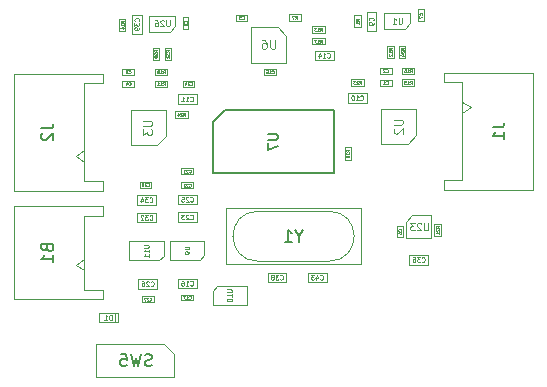
<source format=gbr>
G04 #@! TF.GenerationSoftware,KiCad,Pcbnew,8.0.7*
G04 #@! TF.CreationDate,2025-04-02T23:58:34+11:00*
G04 #@! TF.ProjectId,Ganglion_01,47616e67-6c69-46f6-9e5f-30312e6b6963,01*
G04 #@! TF.SameCoordinates,Original*
G04 #@! TF.FileFunction,AssemblyDrawing,Bot*
%FSLAX46Y46*%
G04 Gerber Fmt 4.6, Leading zero omitted, Abs format (unit mm)*
G04 Created by KiCad (PCBNEW 8.0.7) date 2025-04-02 23:58:34*
%MOMM*%
%LPD*%
G01*
G04 APERTURE LIST*
%ADD10C,0.100000*%
%ADD11C,0.120000*%
%ADD12C,0.040000*%
%ADD13C,0.060000*%
%ADD14C,0.150000*%
%ADD15C,0.110000*%
%ADD16C,0.075000*%
G04 APERTURE END LIST*
D10*
X109100000Y-58000000D02*
X109100000Y-58800000D01*
D11*
X135592856Y-50396331D02*
X135592856Y-50882045D01*
X135592856Y-50882045D02*
X135564285Y-50939188D01*
X135564285Y-50939188D02*
X135535714Y-50967760D01*
X135535714Y-50967760D02*
X135478571Y-50996331D01*
X135478571Y-50996331D02*
X135364285Y-50996331D01*
X135364285Y-50996331D02*
X135307142Y-50967760D01*
X135307142Y-50967760D02*
X135278571Y-50939188D01*
X135278571Y-50939188D02*
X135249999Y-50882045D01*
X135249999Y-50882045D02*
X135249999Y-50396331D01*
X134992857Y-50453474D02*
X134964285Y-50424902D01*
X134964285Y-50424902D02*
X134907143Y-50396331D01*
X134907143Y-50396331D02*
X134764285Y-50396331D01*
X134764285Y-50396331D02*
X134707143Y-50424902D01*
X134707143Y-50424902D02*
X134678571Y-50453474D01*
X134678571Y-50453474D02*
X134650000Y-50510617D01*
X134650000Y-50510617D02*
X134650000Y-50567760D01*
X134650000Y-50567760D02*
X134678571Y-50653474D01*
X134678571Y-50653474D02*
X135021428Y-50996331D01*
X135021428Y-50996331D02*
X134650000Y-50996331D01*
X134449999Y-50396331D02*
X134078571Y-50396331D01*
X134078571Y-50396331D02*
X134278571Y-50624902D01*
X134278571Y-50624902D02*
X134192856Y-50624902D01*
X134192856Y-50624902D02*
X134135714Y-50653474D01*
X134135714Y-50653474D02*
X134107142Y-50682045D01*
X134107142Y-50682045D02*
X134078571Y-50739188D01*
X134078571Y-50739188D02*
X134078571Y-50882045D01*
X134078571Y-50882045D02*
X134107142Y-50939188D01*
X134107142Y-50939188D02*
X134135714Y-50967760D01*
X134135714Y-50967760D02*
X134192856Y-50996331D01*
X134192856Y-50996331D02*
X134364285Y-50996331D01*
X134364285Y-50996331D02*
X134421428Y-50967760D01*
X134421428Y-50967760D02*
X134449999Y-50939188D01*
D12*
X132041666Y-38589765D02*
X132053570Y-38601670D01*
X132053570Y-38601670D02*
X132089285Y-38613574D01*
X132089285Y-38613574D02*
X132113094Y-38613574D01*
X132113094Y-38613574D02*
X132148808Y-38601670D01*
X132148808Y-38601670D02*
X132172618Y-38577860D01*
X132172618Y-38577860D02*
X132184523Y-38554050D01*
X132184523Y-38554050D02*
X132196427Y-38506431D01*
X132196427Y-38506431D02*
X132196427Y-38470717D01*
X132196427Y-38470717D02*
X132184523Y-38423098D01*
X132184523Y-38423098D02*
X132172618Y-38399289D01*
X132172618Y-38399289D02*
X132148808Y-38375479D01*
X132148808Y-38375479D02*
X132113094Y-38363574D01*
X132113094Y-38363574D02*
X132089285Y-38363574D01*
X132089285Y-38363574D02*
X132053570Y-38375479D01*
X132053570Y-38375479D02*
X132041666Y-38387384D01*
X131803570Y-38613574D02*
X131946427Y-38613574D01*
X131874999Y-38613574D02*
X131874999Y-38363574D01*
X131874999Y-38363574D02*
X131898808Y-38399289D01*
X131898808Y-38399289D02*
X131922618Y-38423098D01*
X131922618Y-38423098D02*
X131946427Y-38435003D01*
X132041666Y-37589765D02*
X132053570Y-37601670D01*
X132053570Y-37601670D02*
X132089285Y-37613574D01*
X132089285Y-37613574D02*
X132113094Y-37613574D01*
X132113094Y-37613574D02*
X132148808Y-37601670D01*
X132148808Y-37601670D02*
X132172618Y-37577860D01*
X132172618Y-37577860D02*
X132184523Y-37554050D01*
X132184523Y-37554050D02*
X132196427Y-37506431D01*
X132196427Y-37506431D02*
X132196427Y-37470717D01*
X132196427Y-37470717D02*
X132184523Y-37423098D01*
X132184523Y-37423098D02*
X132172618Y-37399289D01*
X132172618Y-37399289D02*
X132148808Y-37375479D01*
X132148808Y-37375479D02*
X132113094Y-37363574D01*
X132113094Y-37363574D02*
X132089285Y-37363574D01*
X132089285Y-37363574D02*
X132053570Y-37375479D01*
X132053570Y-37375479D02*
X132041666Y-37387384D01*
X131946427Y-37387384D02*
X131934523Y-37375479D01*
X131934523Y-37375479D02*
X131910713Y-37363574D01*
X131910713Y-37363574D02*
X131851189Y-37363574D01*
X131851189Y-37363574D02*
X131827380Y-37375479D01*
X131827380Y-37375479D02*
X131815475Y-37387384D01*
X131815475Y-37387384D02*
X131803570Y-37411193D01*
X131803570Y-37411193D02*
X131803570Y-37435003D01*
X131803570Y-37435003D02*
X131815475Y-37470717D01*
X131815475Y-37470717D02*
X131958332Y-37613574D01*
X131958332Y-37613574D02*
X131803570Y-37613574D01*
X110241666Y-37689765D02*
X110253570Y-37701670D01*
X110253570Y-37701670D02*
X110289285Y-37713574D01*
X110289285Y-37713574D02*
X110313094Y-37713574D01*
X110313094Y-37713574D02*
X110348808Y-37701670D01*
X110348808Y-37701670D02*
X110372618Y-37677860D01*
X110372618Y-37677860D02*
X110384523Y-37654050D01*
X110384523Y-37654050D02*
X110396427Y-37606431D01*
X110396427Y-37606431D02*
X110396427Y-37570717D01*
X110396427Y-37570717D02*
X110384523Y-37523098D01*
X110384523Y-37523098D02*
X110372618Y-37499289D01*
X110372618Y-37499289D02*
X110348808Y-37475479D01*
X110348808Y-37475479D02*
X110313094Y-37463574D01*
X110313094Y-37463574D02*
X110289285Y-37463574D01*
X110289285Y-37463574D02*
X110253570Y-37475479D01*
X110253570Y-37475479D02*
X110241666Y-37487384D01*
X110158332Y-37463574D02*
X110003570Y-37463574D01*
X110003570Y-37463574D02*
X110086904Y-37558812D01*
X110086904Y-37558812D02*
X110051189Y-37558812D01*
X110051189Y-37558812D02*
X110027380Y-37570717D01*
X110027380Y-37570717D02*
X110015475Y-37582622D01*
X110015475Y-37582622D02*
X110003570Y-37606431D01*
X110003570Y-37606431D02*
X110003570Y-37665955D01*
X110003570Y-37665955D02*
X110015475Y-37689765D01*
X110015475Y-37689765D02*
X110027380Y-37701670D01*
X110027380Y-37701670D02*
X110051189Y-37713574D01*
X110051189Y-37713574D02*
X110122618Y-37713574D01*
X110122618Y-37713574D02*
X110146427Y-37701670D01*
X110146427Y-37701670D02*
X110158332Y-37689765D01*
X110241666Y-38689765D02*
X110253570Y-38701670D01*
X110253570Y-38701670D02*
X110289285Y-38713574D01*
X110289285Y-38713574D02*
X110313094Y-38713574D01*
X110313094Y-38713574D02*
X110348808Y-38701670D01*
X110348808Y-38701670D02*
X110372618Y-38677860D01*
X110372618Y-38677860D02*
X110384523Y-38654050D01*
X110384523Y-38654050D02*
X110396427Y-38606431D01*
X110396427Y-38606431D02*
X110396427Y-38570717D01*
X110396427Y-38570717D02*
X110384523Y-38523098D01*
X110384523Y-38523098D02*
X110372618Y-38499289D01*
X110372618Y-38499289D02*
X110348808Y-38475479D01*
X110348808Y-38475479D02*
X110313094Y-38463574D01*
X110313094Y-38463574D02*
X110289285Y-38463574D01*
X110289285Y-38463574D02*
X110253570Y-38475479D01*
X110253570Y-38475479D02*
X110241666Y-38487384D01*
X110027380Y-38546908D02*
X110027380Y-38713574D01*
X110086904Y-38451670D02*
X110146427Y-38630241D01*
X110146427Y-38630241D02*
X109991666Y-38630241D01*
D13*
X129857142Y-39943832D02*
X129876190Y-39962880D01*
X129876190Y-39962880D02*
X129933332Y-39981927D01*
X129933332Y-39981927D02*
X129971428Y-39981927D01*
X129971428Y-39981927D02*
X130028571Y-39962880D01*
X130028571Y-39962880D02*
X130066666Y-39924784D01*
X130066666Y-39924784D02*
X130085713Y-39886689D01*
X130085713Y-39886689D02*
X130104761Y-39810499D01*
X130104761Y-39810499D02*
X130104761Y-39753356D01*
X130104761Y-39753356D02*
X130085713Y-39677165D01*
X130085713Y-39677165D02*
X130066666Y-39639070D01*
X130066666Y-39639070D02*
X130028571Y-39600975D01*
X130028571Y-39600975D02*
X129971428Y-39581927D01*
X129971428Y-39581927D02*
X129933332Y-39581927D01*
X129933332Y-39581927D02*
X129876190Y-39600975D01*
X129876190Y-39600975D02*
X129857142Y-39620022D01*
X129476190Y-39981927D02*
X129704761Y-39981927D01*
X129590475Y-39981927D02*
X129590475Y-39581927D01*
X129590475Y-39581927D02*
X129628571Y-39639070D01*
X129628571Y-39639070D02*
X129666666Y-39677165D01*
X129666666Y-39677165D02*
X129704761Y-39696213D01*
X129228571Y-39581927D02*
X129190476Y-39581927D01*
X129190476Y-39581927D02*
X129152380Y-39600975D01*
X129152380Y-39600975D02*
X129133333Y-39620022D01*
X129133333Y-39620022D02*
X129114285Y-39658118D01*
X129114285Y-39658118D02*
X129095238Y-39734308D01*
X129095238Y-39734308D02*
X129095238Y-39829546D01*
X129095238Y-39829546D02*
X129114285Y-39905737D01*
X129114285Y-39905737D02*
X129133333Y-39943832D01*
X129133333Y-39943832D02*
X129152380Y-39962880D01*
X129152380Y-39962880D02*
X129190476Y-39981927D01*
X129190476Y-39981927D02*
X129228571Y-39981927D01*
X129228571Y-39981927D02*
X129266666Y-39962880D01*
X129266666Y-39962880D02*
X129285714Y-39943832D01*
X129285714Y-39943832D02*
X129304761Y-39905737D01*
X129304761Y-39905737D02*
X129323809Y-39829546D01*
X129323809Y-39829546D02*
X129323809Y-39734308D01*
X129323809Y-39734308D02*
X129304761Y-39658118D01*
X129304761Y-39658118D02*
X129285714Y-39620022D01*
X129285714Y-39620022D02*
X129266666Y-39600975D01*
X129266666Y-39600975D02*
X129228571Y-39581927D01*
X115457142Y-40043832D02*
X115476190Y-40062880D01*
X115476190Y-40062880D02*
X115533332Y-40081927D01*
X115533332Y-40081927D02*
X115571428Y-40081927D01*
X115571428Y-40081927D02*
X115628571Y-40062880D01*
X115628571Y-40062880D02*
X115666666Y-40024784D01*
X115666666Y-40024784D02*
X115685713Y-39986689D01*
X115685713Y-39986689D02*
X115704761Y-39910499D01*
X115704761Y-39910499D02*
X115704761Y-39853356D01*
X115704761Y-39853356D02*
X115685713Y-39777165D01*
X115685713Y-39777165D02*
X115666666Y-39739070D01*
X115666666Y-39739070D02*
X115628571Y-39700975D01*
X115628571Y-39700975D02*
X115571428Y-39681927D01*
X115571428Y-39681927D02*
X115533332Y-39681927D01*
X115533332Y-39681927D02*
X115476190Y-39700975D01*
X115476190Y-39700975D02*
X115457142Y-39720022D01*
X115076190Y-40081927D02*
X115304761Y-40081927D01*
X115190475Y-40081927D02*
X115190475Y-39681927D01*
X115190475Y-39681927D02*
X115228571Y-39739070D01*
X115228571Y-39739070D02*
X115266666Y-39777165D01*
X115266666Y-39777165D02*
X115304761Y-39796213D01*
X114695238Y-40081927D02*
X114923809Y-40081927D01*
X114809523Y-40081927D02*
X114809523Y-39681927D01*
X114809523Y-39681927D02*
X114847619Y-39739070D01*
X114847619Y-39739070D02*
X114885714Y-39777165D01*
X114885714Y-39777165D02*
X114923809Y-39796213D01*
X115457142Y-55637582D02*
X115476190Y-55656630D01*
X115476190Y-55656630D02*
X115533332Y-55675677D01*
X115533332Y-55675677D02*
X115571428Y-55675677D01*
X115571428Y-55675677D02*
X115628571Y-55656630D01*
X115628571Y-55656630D02*
X115666666Y-55618534D01*
X115666666Y-55618534D02*
X115685713Y-55580439D01*
X115685713Y-55580439D02*
X115704761Y-55504249D01*
X115704761Y-55504249D02*
X115704761Y-55447106D01*
X115704761Y-55447106D02*
X115685713Y-55370915D01*
X115685713Y-55370915D02*
X115666666Y-55332820D01*
X115666666Y-55332820D02*
X115628571Y-55294725D01*
X115628571Y-55294725D02*
X115571428Y-55275677D01*
X115571428Y-55275677D02*
X115533332Y-55275677D01*
X115533332Y-55275677D02*
X115476190Y-55294725D01*
X115476190Y-55294725D02*
X115457142Y-55313772D01*
X115076190Y-55675677D02*
X115304761Y-55675677D01*
X115190475Y-55675677D02*
X115190475Y-55275677D01*
X115190475Y-55275677D02*
X115228571Y-55332820D01*
X115228571Y-55332820D02*
X115266666Y-55370915D01*
X115266666Y-55370915D02*
X115304761Y-55389963D01*
X114733333Y-55275677D02*
X114809523Y-55275677D01*
X114809523Y-55275677D02*
X114847619Y-55294725D01*
X114847619Y-55294725D02*
X114866666Y-55313772D01*
X114866666Y-55313772D02*
X114904761Y-55370915D01*
X114904761Y-55370915D02*
X114923809Y-55447106D01*
X114923809Y-55447106D02*
X114923809Y-55599487D01*
X114923809Y-55599487D02*
X114904761Y-55637582D01*
X114904761Y-55637582D02*
X114885714Y-55656630D01*
X114885714Y-55656630D02*
X114847619Y-55675677D01*
X114847619Y-55675677D02*
X114771428Y-55675677D01*
X114771428Y-55675677D02*
X114733333Y-55656630D01*
X114733333Y-55656630D02*
X114714285Y-55637582D01*
X114714285Y-55637582D02*
X114695238Y-55599487D01*
X114695238Y-55599487D02*
X114695238Y-55504249D01*
X114695238Y-55504249D02*
X114714285Y-55466153D01*
X114714285Y-55466153D02*
X114733333Y-55447106D01*
X114733333Y-55447106D02*
X114771428Y-55428058D01*
X114771428Y-55428058D02*
X114847619Y-55428058D01*
X114847619Y-55428058D02*
X114885714Y-55447106D01*
X114885714Y-55447106D02*
X114904761Y-55466153D01*
X114904761Y-55466153D02*
X114923809Y-55504249D01*
D12*
X115360714Y-56783515D02*
X115372618Y-56795420D01*
X115372618Y-56795420D02*
X115408333Y-56807324D01*
X115408333Y-56807324D02*
X115432142Y-56807324D01*
X115432142Y-56807324D02*
X115467856Y-56795420D01*
X115467856Y-56795420D02*
X115491666Y-56771610D01*
X115491666Y-56771610D02*
X115503571Y-56747800D01*
X115503571Y-56747800D02*
X115515475Y-56700181D01*
X115515475Y-56700181D02*
X115515475Y-56664467D01*
X115515475Y-56664467D02*
X115503571Y-56616848D01*
X115503571Y-56616848D02*
X115491666Y-56593039D01*
X115491666Y-56593039D02*
X115467856Y-56569229D01*
X115467856Y-56569229D02*
X115432142Y-56557324D01*
X115432142Y-56557324D02*
X115408333Y-56557324D01*
X115408333Y-56557324D02*
X115372618Y-56569229D01*
X115372618Y-56569229D02*
X115360714Y-56581134D01*
X115122618Y-56807324D02*
X115265475Y-56807324D01*
X115194047Y-56807324D02*
X115194047Y-56557324D01*
X115194047Y-56557324D02*
X115217856Y-56593039D01*
X115217856Y-56593039D02*
X115241666Y-56616848D01*
X115241666Y-56616848D02*
X115265475Y-56628753D01*
X115039285Y-56557324D02*
X114872619Y-56557324D01*
X114872619Y-56557324D02*
X114979761Y-56807324D01*
X115360714Y-46089765D02*
X115372618Y-46101670D01*
X115372618Y-46101670D02*
X115408333Y-46113574D01*
X115408333Y-46113574D02*
X115432142Y-46113574D01*
X115432142Y-46113574D02*
X115467856Y-46101670D01*
X115467856Y-46101670D02*
X115491666Y-46077860D01*
X115491666Y-46077860D02*
X115503571Y-46054050D01*
X115503571Y-46054050D02*
X115515475Y-46006431D01*
X115515475Y-46006431D02*
X115515475Y-45970717D01*
X115515475Y-45970717D02*
X115503571Y-45923098D01*
X115503571Y-45923098D02*
X115491666Y-45899289D01*
X115491666Y-45899289D02*
X115467856Y-45875479D01*
X115467856Y-45875479D02*
X115432142Y-45863574D01*
X115432142Y-45863574D02*
X115408333Y-45863574D01*
X115408333Y-45863574D02*
X115372618Y-45875479D01*
X115372618Y-45875479D02*
X115360714Y-45887384D01*
X115265475Y-45887384D02*
X115253571Y-45875479D01*
X115253571Y-45875479D02*
X115229761Y-45863574D01*
X115229761Y-45863574D02*
X115170237Y-45863574D01*
X115170237Y-45863574D02*
X115146428Y-45875479D01*
X115146428Y-45875479D02*
X115134523Y-45887384D01*
X115134523Y-45887384D02*
X115122618Y-45911193D01*
X115122618Y-45911193D02*
X115122618Y-45935003D01*
X115122618Y-45935003D02*
X115134523Y-45970717D01*
X115134523Y-45970717D02*
X115277380Y-46113574D01*
X115277380Y-46113574D02*
X115122618Y-46113574D01*
X114884523Y-46113574D02*
X115027380Y-46113574D01*
X114955952Y-46113574D02*
X114955952Y-45863574D01*
X114955952Y-45863574D02*
X114979761Y-45899289D01*
X114979761Y-45899289D02*
X115003571Y-45923098D01*
X115003571Y-45923098D02*
X115027380Y-45935003D01*
X115360714Y-47283515D02*
X115372618Y-47295420D01*
X115372618Y-47295420D02*
X115408333Y-47307324D01*
X115408333Y-47307324D02*
X115432142Y-47307324D01*
X115432142Y-47307324D02*
X115467856Y-47295420D01*
X115467856Y-47295420D02*
X115491666Y-47271610D01*
X115491666Y-47271610D02*
X115503571Y-47247800D01*
X115503571Y-47247800D02*
X115515475Y-47200181D01*
X115515475Y-47200181D02*
X115515475Y-47164467D01*
X115515475Y-47164467D02*
X115503571Y-47116848D01*
X115503571Y-47116848D02*
X115491666Y-47093039D01*
X115491666Y-47093039D02*
X115467856Y-47069229D01*
X115467856Y-47069229D02*
X115432142Y-47057324D01*
X115432142Y-47057324D02*
X115408333Y-47057324D01*
X115408333Y-47057324D02*
X115372618Y-47069229D01*
X115372618Y-47069229D02*
X115360714Y-47081134D01*
X115265475Y-47081134D02*
X115253571Y-47069229D01*
X115253571Y-47069229D02*
X115229761Y-47057324D01*
X115229761Y-47057324D02*
X115170237Y-47057324D01*
X115170237Y-47057324D02*
X115146428Y-47069229D01*
X115146428Y-47069229D02*
X115134523Y-47081134D01*
X115134523Y-47081134D02*
X115122618Y-47104943D01*
X115122618Y-47104943D02*
X115122618Y-47128753D01*
X115122618Y-47128753D02*
X115134523Y-47164467D01*
X115134523Y-47164467D02*
X115277380Y-47307324D01*
X115277380Y-47307324D02*
X115122618Y-47307324D01*
X115027380Y-47081134D02*
X115015476Y-47069229D01*
X115015476Y-47069229D02*
X114991666Y-47057324D01*
X114991666Y-47057324D02*
X114932142Y-47057324D01*
X114932142Y-47057324D02*
X114908333Y-47069229D01*
X114908333Y-47069229D02*
X114896428Y-47081134D01*
X114896428Y-47081134D02*
X114884523Y-47104943D01*
X114884523Y-47104943D02*
X114884523Y-47128753D01*
X114884523Y-47128753D02*
X114896428Y-47164467D01*
X114896428Y-47164467D02*
X115039285Y-47307324D01*
X115039285Y-47307324D02*
X114884523Y-47307324D01*
D13*
X115457142Y-50037582D02*
X115476190Y-50056630D01*
X115476190Y-50056630D02*
X115533332Y-50075677D01*
X115533332Y-50075677D02*
X115571428Y-50075677D01*
X115571428Y-50075677D02*
X115628571Y-50056630D01*
X115628571Y-50056630D02*
X115666666Y-50018534D01*
X115666666Y-50018534D02*
X115685713Y-49980439D01*
X115685713Y-49980439D02*
X115704761Y-49904249D01*
X115704761Y-49904249D02*
X115704761Y-49847106D01*
X115704761Y-49847106D02*
X115685713Y-49770915D01*
X115685713Y-49770915D02*
X115666666Y-49732820D01*
X115666666Y-49732820D02*
X115628571Y-49694725D01*
X115628571Y-49694725D02*
X115571428Y-49675677D01*
X115571428Y-49675677D02*
X115533332Y-49675677D01*
X115533332Y-49675677D02*
X115476190Y-49694725D01*
X115476190Y-49694725D02*
X115457142Y-49713772D01*
X115304761Y-49713772D02*
X115285713Y-49694725D01*
X115285713Y-49694725D02*
X115247618Y-49675677D01*
X115247618Y-49675677D02*
X115152380Y-49675677D01*
X115152380Y-49675677D02*
X115114285Y-49694725D01*
X115114285Y-49694725D02*
X115095237Y-49713772D01*
X115095237Y-49713772D02*
X115076190Y-49751868D01*
X115076190Y-49751868D02*
X115076190Y-49789963D01*
X115076190Y-49789963D02*
X115095237Y-49847106D01*
X115095237Y-49847106D02*
X115323809Y-50075677D01*
X115323809Y-50075677D02*
X115076190Y-50075677D01*
X114942857Y-49675677D02*
X114695238Y-49675677D01*
X114695238Y-49675677D02*
X114828571Y-49828058D01*
X114828571Y-49828058D02*
X114771428Y-49828058D01*
X114771428Y-49828058D02*
X114733333Y-49847106D01*
X114733333Y-49847106D02*
X114714285Y-49866153D01*
X114714285Y-49866153D02*
X114695238Y-49904249D01*
X114695238Y-49904249D02*
X114695238Y-49999487D01*
X114695238Y-49999487D02*
X114714285Y-50037582D01*
X114714285Y-50037582D02*
X114733333Y-50056630D01*
X114733333Y-50056630D02*
X114771428Y-50075677D01*
X114771428Y-50075677D02*
X114885714Y-50075677D01*
X114885714Y-50075677D02*
X114923809Y-50056630D01*
X114923809Y-50056630D02*
X114942857Y-50037582D01*
D12*
X115460714Y-38689765D02*
X115472618Y-38701670D01*
X115472618Y-38701670D02*
X115508333Y-38713574D01*
X115508333Y-38713574D02*
X115532142Y-38713574D01*
X115532142Y-38713574D02*
X115567856Y-38701670D01*
X115567856Y-38701670D02*
X115591666Y-38677860D01*
X115591666Y-38677860D02*
X115603571Y-38654050D01*
X115603571Y-38654050D02*
X115615475Y-38606431D01*
X115615475Y-38606431D02*
X115615475Y-38570717D01*
X115615475Y-38570717D02*
X115603571Y-38523098D01*
X115603571Y-38523098D02*
X115591666Y-38499289D01*
X115591666Y-38499289D02*
X115567856Y-38475479D01*
X115567856Y-38475479D02*
X115532142Y-38463574D01*
X115532142Y-38463574D02*
X115508333Y-38463574D01*
X115508333Y-38463574D02*
X115472618Y-38475479D01*
X115472618Y-38475479D02*
X115460714Y-38487384D01*
X115365475Y-38487384D02*
X115353571Y-38475479D01*
X115353571Y-38475479D02*
X115329761Y-38463574D01*
X115329761Y-38463574D02*
X115270237Y-38463574D01*
X115270237Y-38463574D02*
X115246428Y-38475479D01*
X115246428Y-38475479D02*
X115234523Y-38487384D01*
X115234523Y-38487384D02*
X115222618Y-38511193D01*
X115222618Y-38511193D02*
X115222618Y-38535003D01*
X115222618Y-38535003D02*
X115234523Y-38570717D01*
X115234523Y-38570717D02*
X115377380Y-38713574D01*
X115377380Y-38713574D02*
X115222618Y-38713574D01*
X115008333Y-38546908D02*
X115008333Y-38713574D01*
X115067857Y-38451670D02*
X115127380Y-38630241D01*
X115127380Y-38630241D02*
X114972619Y-38630241D01*
D13*
X115457142Y-48537582D02*
X115476190Y-48556630D01*
X115476190Y-48556630D02*
X115533332Y-48575677D01*
X115533332Y-48575677D02*
X115571428Y-48575677D01*
X115571428Y-48575677D02*
X115628571Y-48556630D01*
X115628571Y-48556630D02*
X115666666Y-48518534D01*
X115666666Y-48518534D02*
X115685713Y-48480439D01*
X115685713Y-48480439D02*
X115704761Y-48404249D01*
X115704761Y-48404249D02*
X115704761Y-48347106D01*
X115704761Y-48347106D02*
X115685713Y-48270915D01*
X115685713Y-48270915D02*
X115666666Y-48232820D01*
X115666666Y-48232820D02*
X115628571Y-48194725D01*
X115628571Y-48194725D02*
X115571428Y-48175677D01*
X115571428Y-48175677D02*
X115533332Y-48175677D01*
X115533332Y-48175677D02*
X115476190Y-48194725D01*
X115476190Y-48194725D02*
X115457142Y-48213772D01*
X115304761Y-48213772D02*
X115285713Y-48194725D01*
X115285713Y-48194725D02*
X115247618Y-48175677D01*
X115247618Y-48175677D02*
X115152380Y-48175677D01*
X115152380Y-48175677D02*
X115114285Y-48194725D01*
X115114285Y-48194725D02*
X115095237Y-48213772D01*
X115095237Y-48213772D02*
X115076190Y-48251868D01*
X115076190Y-48251868D02*
X115076190Y-48289963D01*
X115076190Y-48289963D02*
X115095237Y-48347106D01*
X115095237Y-48347106D02*
X115323809Y-48575677D01*
X115323809Y-48575677D02*
X115076190Y-48575677D01*
X114714285Y-48175677D02*
X114904761Y-48175677D01*
X114904761Y-48175677D02*
X114923809Y-48366153D01*
X114923809Y-48366153D02*
X114904761Y-48347106D01*
X114904761Y-48347106D02*
X114866666Y-48328058D01*
X114866666Y-48328058D02*
X114771428Y-48328058D01*
X114771428Y-48328058D02*
X114733333Y-48347106D01*
X114733333Y-48347106D02*
X114714285Y-48366153D01*
X114714285Y-48366153D02*
X114695238Y-48404249D01*
X114695238Y-48404249D02*
X114695238Y-48499487D01*
X114695238Y-48499487D02*
X114714285Y-48537582D01*
X114714285Y-48537582D02*
X114733333Y-48556630D01*
X114733333Y-48556630D02*
X114771428Y-48575677D01*
X114771428Y-48575677D02*
X114866666Y-48575677D01*
X114866666Y-48575677D02*
X114904761Y-48556630D01*
X114904761Y-48556630D02*
X114923809Y-48537582D01*
X112107142Y-55681332D02*
X112126190Y-55700380D01*
X112126190Y-55700380D02*
X112183332Y-55719427D01*
X112183332Y-55719427D02*
X112221428Y-55719427D01*
X112221428Y-55719427D02*
X112278571Y-55700380D01*
X112278571Y-55700380D02*
X112316666Y-55662284D01*
X112316666Y-55662284D02*
X112335713Y-55624189D01*
X112335713Y-55624189D02*
X112354761Y-55547999D01*
X112354761Y-55547999D02*
X112354761Y-55490856D01*
X112354761Y-55490856D02*
X112335713Y-55414665D01*
X112335713Y-55414665D02*
X112316666Y-55376570D01*
X112316666Y-55376570D02*
X112278571Y-55338475D01*
X112278571Y-55338475D02*
X112221428Y-55319427D01*
X112221428Y-55319427D02*
X112183332Y-55319427D01*
X112183332Y-55319427D02*
X112126190Y-55338475D01*
X112126190Y-55338475D02*
X112107142Y-55357522D01*
X111954761Y-55357522D02*
X111935713Y-55338475D01*
X111935713Y-55338475D02*
X111897618Y-55319427D01*
X111897618Y-55319427D02*
X111802380Y-55319427D01*
X111802380Y-55319427D02*
X111764285Y-55338475D01*
X111764285Y-55338475D02*
X111745237Y-55357522D01*
X111745237Y-55357522D02*
X111726190Y-55395618D01*
X111726190Y-55395618D02*
X111726190Y-55433713D01*
X111726190Y-55433713D02*
X111745237Y-55490856D01*
X111745237Y-55490856D02*
X111973809Y-55719427D01*
X111973809Y-55719427D02*
X111726190Y-55719427D01*
X111383333Y-55319427D02*
X111459523Y-55319427D01*
X111459523Y-55319427D02*
X111497619Y-55338475D01*
X111497619Y-55338475D02*
X111516666Y-55357522D01*
X111516666Y-55357522D02*
X111554761Y-55414665D01*
X111554761Y-55414665D02*
X111573809Y-55490856D01*
X111573809Y-55490856D02*
X111573809Y-55643237D01*
X111573809Y-55643237D02*
X111554761Y-55681332D01*
X111554761Y-55681332D02*
X111535714Y-55700380D01*
X111535714Y-55700380D02*
X111497619Y-55719427D01*
X111497619Y-55719427D02*
X111421428Y-55719427D01*
X111421428Y-55719427D02*
X111383333Y-55700380D01*
X111383333Y-55700380D02*
X111364285Y-55681332D01*
X111364285Y-55681332D02*
X111345238Y-55643237D01*
X111345238Y-55643237D02*
X111345238Y-55547999D01*
X111345238Y-55547999D02*
X111364285Y-55509903D01*
X111364285Y-55509903D02*
X111383333Y-55490856D01*
X111383333Y-55490856D02*
X111421428Y-55471808D01*
X111421428Y-55471808D02*
X111497619Y-55471808D01*
X111497619Y-55471808D02*
X111535714Y-55490856D01*
X111535714Y-55490856D02*
X111554761Y-55509903D01*
X111554761Y-55509903D02*
X111573809Y-55547999D01*
D12*
X112010714Y-56927265D02*
X112022618Y-56939170D01*
X112022618Y-56939170D02*
X112058333Y-56951074D01*
X112058333Y-56951074D02*
X112082142Y-56951074D01*
X112082142Y-56951074D02*
X112117856Y-56939170D01*
X112117856Y-56939170D02*
X112141666Y-56915360D01*
X112141666Y-56915360D02*
X112153571Y-56891550D01*
X112153571Y-56891550D02*
X112165475Y-56843931D01*
X112165475Y-56843931D02*
X112165475Y-56808217D01*
X112165475Y-56808217D02*
X112153571Y-56760598D01*
X112153571Y-56760598D02*
X112141666Y-56736789D01*
X112141666Y-56736789D02*
X112117856Y-56712979D01*
X112117856Y-56712979D02*
X112082142Y-56701074D01*
X112082142Y-56701074D02*
X112058333Y-56701074D01*
X112058333Y-56701074D02*
X112022618Y-56712979D01*
X112022618Y-56712979D02*
X112010714Y-56724884D01*
X111915475Y-56724884D02*
X111903571Y-56712979D01*
X111903571Y-56712979D02*
X111879761Y-56701074D01*
X111879761Y-56701074D02*
X111820237Y-56701074D01*
X111820237Y-56701074D02*
X111796428Y-56712979D01*
X111796428Y-56712979D02*
X111784523Y-56724884D01*
X111784523Y-56724884D02*
X111772618Y-56748693D01*
X111772618Y-56748693D02*
X111772618Y-56772503D01*
X111772618Y-56772503D02*
X111784523Y-56808217D01*
X111784523Y-56808217D02*
X111927380Y-56951074D01*
X111927380Y-56951074D02*
X111772618Y-56951074D01*
X111689285Y-56701074D02*
X111522619Y-56701074D01*
X111522619Y-56701074D02*
X111629761Y-56951074D01*
X111823214Y-47227265D02*
X111835118Y-47239170D01*
X111835118Y-47239170D02*
X111870833Y-47251074D01*
X111870833Y-47251074D02*
X111894642Y-47251074D01*
X111894642Y-47251074D02*
X111930356Y-47239170D01*
X111930356Y-47239170D02*
X111954166Y-47215360D01*
X111954166Y-47215360D02*
X111966071Y-47191550D01*
X111966071Y-47191550D02*
X111977975Y-47143931D01*
X111977975Y-47143931D02*
X111977975Y-47108217D01*
X111977975Y-47108217D02*
X111966071Y-47060598D01*
X111966071Y-47060598D02*
X111954166Y-47036789D01*
X111954166Y-47036789D02*
X111930356Y-47012979D01*
X111930356Y-47012979D02*
X111894642Y-47001074D01*
X111894642Y-47001074D02*
X111870833Y-47001074D01*
X111870833Y-47001074D02*
X111835118Y-47012979D01*
X111835118Y-47012979D02*
X111823214Y-47024884D01*
X111727975Y-47024884D02*
X111716071Y-47012979D01*
X111716071Y-47012979D02*
X111692261Y-47001074D01*
X111692261Y-47001074D02*
X111632737Y-47001074D01*
X111632737Y-47001074D02*
X111608928Y-47012979D01*
X111608928Y-47012979D02*
X111597023Y-47024884D01*
X111597023Y-47024884D02*
X111585118Y-47048693D01*
X111585118Y-47048693D02*
X111585118Y-47072503D01*
X111585118Y-47072503D02*
X111597023Y-47108217D01*
X111597023Y-47108217D02*
X111739880Y-47251074D01*
X111739880Y-47251074D02*
X111585118Y-47251074D01*
X111466071Y-47251074D02*
X111418452Y-47251074D01*
X111418452Y-47251074D02*
X111394642Y-47239170D01*
X111394642Y-47239170D02*
X111382738Y-47227265D01*
X111382738Y-47227265D02*
X111358928Y-47191550D01*
X111358928Y-47191550D02*
X111347023Y-47143931D01*
X111347023Y-47143931D02*
X111347023Y-47048693D01*
X111347023Y-47048693D02*
X111358928Y-47024884D01*
X111358928Y-47024884D02*
X111370833Y-47012979D01*
X111370833Y-47012979D02*
X111394642Y-47001074D01*
X111394642Y-47001074D02*
X111442261Y-47001074D01*
X111442261Y-47001074D02*
X111466071Y-47012979D01*
X111466071Y-47012979D02*
X111477976Y-47024884D01*
X111477976Y-47024884D02*
X111489880Y-47048693D01*
X111489880Y-47048693D02*
X111489880Y-47108217D01*
X111489880Y-47108217D02*
X111477976Y-47132027D01*
X111477976Y-47132027D02*
X111466071Y-47143931D01*
X111466071Y-47143931D02*
X111442261Y-47155836D01*
X111442261Y-47155836D02*
X111394642Y-47155836D01*
X111394642Y-47155836D02*
X111370833Y-47143931D01*
X111370833Y-47143931D02*
X111358928Y-47132027D01*
X111358928Y-47132027D02*
X111347023Y-47108217D01*
D13*
X112007142Y-50081332D02*
X112026190Y-50100380D01*
X112026190Y-50100380D02*
X112083332Y-50119427D01*
X112083332Y-50119427D02*
X112121428Y-50119427D01*
X112121428Y-50119427D02*
X112178571Y-50100380D01*
X112178571Y-50100380D02*
X112216666Y-50062284D01*
X112216666Y-50062284D02*
X112235713Y-50024189D01*
X112235713Y-50024189D02*
X112254761Y-49947999D01*
X112254761Y-49947999D02*
X112254761Y-49890856D01*
X112254761Y-49890856D02*
X112235713Y-49814665D01*
X112235713Y-49814665D02*
X112216666Y-49776570D01*
X112216666Y-49776570D02*
X112178571Y-49738475D01*
X112178571Y-49738475D02*
X112121428Y-49719427D01*
X112121428Y-49719427D02*
X112083332Y-49719427D01*
X112083332Y-49719427D02*
X112026190Y-49738475D01*
X112026190Y-49738475D02*
X112007142Y-49757522D01*
X111873809Y-49719427D02*
X111626190Y-49719427D01*
X111626190Y-49719427D02*
X111759523Y-49871808D01*
X111759523Y-49871808D02*
X111702380Y-49871808D01*
X111702380Y-49871808D02*
X111664285Y-49890856D01*
X111664285Y-49890856D02*
X111645237Y-49909903D01*
X111645237Y-49909903D02*
X111626190Y-49947999D01*
X111626190Y-49947999D02*
X111626190Y-50043237D01*
X111626190Y-50043237D02*
X111645237Y-50081332D01*
X111645237Y-50081332D02*
X111664285Y-50100380D01*
X111664285Y-50100380D02*
X111702380Y-50119427D01*
X111702380Y-50119427D02*
X111816666Y-50119427D01*
X111816666Y-50119427D02*
X111854761Y-50100380D01*
X111854761Y-50100380D02*
X111873809Y-50081332D01*
X111473809Y-49757522D02*
X111454761Y-49738475D01*
X111454761Y-49738475D02*
X111416666Y-49719427D01*
X111416666Y-49719427D02*
X111321428Y-49719427D01*
X111321428Y-49719427D02*
X111283333Y-49738475D01*
X111283333Y-49738475D02*
X111264285Y-49757522D01*
X111264285Y-49757522D02*
X111245238Y-49795618D01*
X111245238Y-49795618D02*
X111245238Y-49833713D01*
X111245238Y-49833713D02*
X111264285Y-49890856D01*
X111264285Y-49890856D02*
X111492857Y-50119427D01*
X111492857Y-50119427D02*
X111245238Y-50119427D01*
X112007142Y-48581332D02*
X112026190Y-48600380D01*
X112026190Y-48600380D02*
X112083332Y-48619427D01*
X112083332Y-48619427D02*
X112121428Y-48619427D01*
X112121428Y-48619427D02*
X112178571Y-48600380D01*
X112178571Y-48600380D02*
X112216666Y-48562284D01*
X112216666Y-48562284D02*
X112235713Y-48524189D01*
X112235713Y-48524189D02*
X112254761Y-48447999D01*
X112254761Y-48447999D02*
X112254761Y-48390856D01*
X112254761Y-48390856D02*
X112235713Y-48314665D01*
X112235713Y-48314665D02*
X112216666Y-48276570D01*
X112216666Y-48276570D02*
X112178571Y-48238475D01*
X112178571Y-48238475D02*
X112121428Y-48219427D01*
X112121428Y-48219427D02*
X112083332Y-48219427D01*
X112083332Y-48219427D02*
X112026190Y-48238475D01*
X112026190Y-48238475D02*
X112007142Y-48257522D01*
X111873809Y-48219427D02*
X111626190Y-48219427D01*
X111626190Y-48219427D02*
X111759523Y-48371808D01*
X111759523Y-48371808D02*
X111702380Y-48371808D01*
X111702380Y-48371808D02*
X111664285Y-48390856D01*
X111664285Y-48390856D02*
X111645237Y-48409903D01*
X111645237Y-48409903D02*
X111626190Y-48447999D01*
X111626190Y-48447999D02*
X111626190Y-48543237D01*
X111626190Y-48543237D02*
X111645237Y-48581332D01*
X111645237Y-48581332D02*
X111664285Y-48600380D01*
X111664285Y-48600380D02*
X111702380Y-48619427D01*
X111702380Y-48619427D02*
X111816666Y-48619427D01*
X111816666Y-48619427D02*
X111854761Y-48600380D01*
X111854761Y-48600380D02*
X111873809Y-48581332D01*
X111283333Y-48352760D02*
X111283333Y-48619427D01*
X111378571Y-48200380D02*
X111473809Y-48486094D01*
X111473809Y-48486094D02*
X111226190Y-48486094D01*
D12*
X113167142Y-38718200D02*
X113253809Y-38594391D01*
X113315714Y-38718200D02*
X113315714Y-38458200D01*
X113315714Y-38458200D02*
X113216666Y-38458200D01*
X113216666Y-38458200D02*
X113191904Y-38470581D01*
X113191904Y-38470581D02*
X113179523Y-38482962D01*
X113179523Y-38482962D02*
X113167142Y-38507724D01*
X113167142Y-38507724D02*
X113167142Y-38544867D01*
X113167142Y-38544867D02*
X113179523Y-38569629D01*
X113179523Y-38569629D02*
X113191904Y-38582010D01*
X113191904Y-38582010D02*
X113216666Y-38594391D01*
X113216666Y-38594391D02*
X113315714Y-38594391D01*
X112919523Y-38718200D02*
X113068095Y-38718200D01*
X112993809Y-38718200D02*
X112993809Y-38458200D01*
X112993809Y-38458200D02*
X113018571Y-38495343D01*
X113018571Y-38495343D02*
X113043333Y-38520105D01*
X113043333Y-38520105D02*
X113068095Y-38532486D01*
X112671904Y-38718200D02*
X112820476Y-38718200D01*
X112746190Y-38718200D02*
X112746190Y-38458200D01*
X112746190Y-38458200D02*
X112770952Y-38495343D01*
X112770952Y-38495343D02*
X112795714Y-38520105D01*
X112795714Y-38520105D02*
X112820476Y-38532486D01*
X134067142Y-38618200D02*
X134153809Y-38494391D01*
X134215714Y-38618200D02*
X134215714Y-38358200D01*
X134215714Y-38358200D02*
X134116666Y-38358200D01*
X134116666Y-38358200D02*
X134091904Y-38370581D01*
X134091904Y-38370581D02*
X134079523Y-38382962D01*
X134079523Y-38382962D02*
X134067142Y-38407724D01*
X134067142Y-38407724D02*
X134067142Y-38444867D01*
X134067142Y-38444867D02*
X134079523Y-38469629D01*
X134079523Y-38469629D02*
X134091904Y-38482010D01*
X134091904Y-38482010D02*
X134116666Y-38494391D01*
X134116666Y-38494391D02*
X134215714Y-38494391D01*
X133819523Y-38618200D02*
X133968095Y-38618200D01*
X133893809Y-38618200D02*
X133893809Y-38358200D01*
X133893809Y-38358200D02*
X133918571Y-38395343D01*
X133918571Y-38395343D02*
X133943333Y-38420105D01*
X133943333Y-38420105D02*
X133968095Y-38432486D01*
X133584285Y-38358200D02*
X133708095Y-38358200D01*
X133708095Y-38358200D02*
X133720476Y-38482010D01*
X133720476Y-38482010D02*
X133708095Y-38469629D01*
X133708095Y-38469629D02*
X133683333Y-38457248D01*
X133683333Y-38457248D02*
X133621428Y-38457248D01*
X133621428Y-38457248D02*
X133596666Y-38469629D01*
X133596666Y-38469629D02*
X133584285Y-38482010D01*
X133584285Y-38482010D02*
X133571904Y-38506772D01*
X133571904Y-38506772D02*
X133571904Y-38568677D01*
X133571904Y-38568677D02*
X133584285Y-38593439D01*
X133584285Y-38593439D02*
X133596666Y-38605820D01*
X133596666Y-38605820D02*
X133621428Y-38618200D01*
X133621428Y-38618200D02*
X133683333Y-38618200D01*
X133683333Y-38618200D02*
X133708095Y-38605820D01*
X133708095Y-38605820D02*
X133720476Y-38593439D01*
X134067142Y-37618200D02*
X134153809Y-37494391D01*
X134215714Y-37618200D02*
X134215714Y-37358200D01*
X134215714Y-37358200D02*
X134116666Y-37358200D01*
X134116666Y-37358200D02*
X134091904Y-37370581D01*
X134091904Y-37370581D02*
X134079523Y-37382962D01*
X134079523Y-37382962D02*
X134067142Y-37407724D01*
X134067142Y-37407724D02*
X134067142Y-37444867D01*
X134067142Y-37444867D02*
X134079523Y-37469629D01*
X134079523Y-37469629D02*
X134091904Y-37482010D01*
X134091904Y-37482010D02*
X134116666Y-37494391D01*
X134116666Y-37494391D02*
X134215714Y-37494391D01*
X133819523Y-37618200D02*
X133968095Y-37618200D01*
X133893809Y-37618200D02*
X133893809Y-37358200D01*
X133893809Y-37358200D02*
X133918571Y-37395343D01*
X133918571Y-37395343D02*
X133943333Y-37420105D01*
X133943333Y-37420105D02*
X133968095Y-37432486D01*
X133596666Y-37358200D02*
X133646190Y-37358200D01*
X133646190Y-37358200D02*
X133670952Y-37370581D01*
X133670952Y-37370581D02*
X133683333Y-37382962D01*
X133683333Y-37382962D02*
X133708095Y-37420105D01*
X133708095Y-37420105D02*
X133720476Y-37469629D01*
X133720476Y-37469629D02*
X133720476Y-37568677D01*
X133720476Y-37568677D02*
X133708095Y-37593439D01*
X133708095Y-37593439D02*
X133695714Y-37605820D01*
X133695714Y-37605820D02*
X133670952Y-37618200D01*
X133670952Y-37618200D02*
X133621428Y-37618200D01*
X133621428Y-37618200D02*
X133596666Y-37605820D01*
X133596666Y-37605820D02*
X133584285Y-37593439D01*
X133584285Y-37593439D02*
X133571904Y-37568677D01*
X133571904Y-37568677D02*
X133571904Y-37506772D01*
X133571904Y-37506772D02*
X133584285Y-37482010D01*
X133584285Y-37482010D02*
X133596666Y-37469629D01*
X133596666Y-37469629D02*
X133621428Y-37457248D01*
X133621428Y-37457248D02*
X133670952Y-37457248D01*
X133670952Y-37457248D02*
X133695714Y-37469629D01*
X133695714Y-37469629D02*
X133708095Y-37482010D01*
X133708095Y-37482010D02*
X133720476Y-37506772D01*
X126467142Y-35118200D02*
X126553809Y-34994391D01*
X126615714Y-35118200D02*
X126615714Y-34858200D01*
X126615714Y-34858200D02*
X126516666Y-34858200D01*
X126516666Y-34858200D02*
X126491904Y-34870581D01*
X126491904Y-34870581D02*
X126479523Y-34882962D01*
X126479523Y-34882962D02*
X126467142Y-34907724D01*
X126467142Y-34907724D02*
X126467142Y-34944867D01*
X126467142Y-34944867D02*
X126479523Y-34969629D01*
X126479523Y-34969629D02*
X126491904Y-34982010D01*
X126491904Y-34982010D02*
X126516666Y-34994391D01*
X126516666Y-34994391D02*
X126615714Y-34994391D01*
X126219523Y-35118200D02*
X126368095Y-35118200D01*
X126293809Y-35118200D02*
X126293809Y-34858200D01*
X126293809Y-34858200D02*
X126318571Y-34895343D01*
X126318571Y-34895343D02*
X126343333Y-34920105D01*
X126343333Y-34920105D02*
X126368095Y-34932486D01*
X126132857Y-34858200D02*
X125959523Y-34858200D01*
X125959523Y-34858200D02*
X126070952Y-35118200D01*
X113167142Y-37718200D02*
X113253809Y-37594391D01*
X113315714Y-37718200D02*
X113315714Y-37458200D01*
X113315714Y-37458200D02*
X113216666Y-37458200D01*
X113216666Y-37458200D02*
X113191904Y-37470581D01*
X113191904Y-37470581D02*
X113179523Y-37482962D01*
X113179523Y-37482962D02*
X113167142Y-37507724D01*
X113167142Y-37507724D02*
X113167142Y-37544867D01*
X113167142Y-37544867D02*
X113179523Y-37569629D01*
X113179523Y-37569629D02*
X113191904Y-37582010D01*
X113191904Y-37582010D02*
X113216666Y-37594391D01*
X113216666Y-37594391D02*
X113315714Y-37594391D01*
X112919523Y-37718200D02*
X113068095Y-37718200D01*
X112993809Y-37718200D02*
X112993809Y-37458200D01*
X112993809Y-37458200D02*
X113018571Y-37495343D01*
X113018571Y-37495343D02*
X113043333Y-37520105D01*
X113043333Y-37520105D02*
X113068095Y-37532486D01*
X112770952Y-37569629D02*
X112795714Y-37557248D01*
X112795714Y-37557248D02*
X112808095Y-37544867D01*
X112808095Y-37544867D02*
X112820476Y-37520105D01*
X112820476Y-37520105D02*
X112820476Y-37507724D01*
X112820476Y-37507724D02*
X112808095Y-37482962D01*
X112808095Y-37482962D02*
X112795714Y-37470581D01*
X112795714Y-37470581D02*
X112770952Y-37458200D01*
X112770952Y-37458200D02*
X112721428Y-37458200D01*
X112721428Y-37458200D02*
X112696666Y-37470581D01*
X112696666Y-37470581D02*
X112684285Y-37482962D01*
X112684285Y-37482962D02*
X112671904Y-37507724D01*
X112671904Y-37507724D02*
X112671904Y-37520105D01*
X112671904Y-37520105D02*
X112684285Y-37544867D01*
X112684285Y-37544867D02*
X112696666Y-37557248D01*
X112696666Y-37557248D02*
X112721428Y-37569629D01*
X112721428Y-37569629D02*
X112770952Y-37569629D01*
X112770952Y-37569629D02*
X112795714Y-37582010D01*
X112795714Y-37582010D02*
X112808095Y-37594391D01*
X112808095Y-37594391D02*
X112820476Y-37619153D01*
X112820476Y-37619153D02*
X112820476Y-37668677D01*
X112820476Y-37668677D02*
X112808095Y-37693439D01*
X112808095Y-37693439D02*
X112795714Y-37705820D01*
X112795714Y-37705820D02*
X112770952Y-37718200D01*
X112770952Y-37718200D02*
X112721428Y-37718200D01*
X112721428Y-37718200D02*
X112696666Y-37705820D01*
X112696666Y-37705820D02*
X112684285Y-37693439D01*
X112684285Y-37693439D02*
X112671904Y-37668677D01*
X112671904Y-37668677D02*
X112671904Y-37619153D01*
X112671904Y-37619153D02*
X112684285Y-37594391D01*
X112684285Y-37594391D02*
X112696666Y-37582010D01*
X112696666Y-37582010D02*
X112721428Y-37569629D01*
X129767142Y-38618200D02*
X129853809Y-38494391D01*
X129915714Y-38618200D02*
X129915714Y-38358200D01*
X129915714Y-38358200D02*
X129816666Y-38358200D01*
X129816666Y-38358200D02*
X129791904Y-38370581D01*
X129791904Y-38370581D02*
X129779523Y-38382962D01*
X129779523Y-38382962D02*
X129767142Y-38407724D01*
X129767142Y-38407724D02*
X129767142Y-38444867D01*
X129767142Y-38444867D02*
X129779523Y-38469629D01*
X129779523Y-38469629D02*
X129791904Y-38482010D01*
X129791904Y-38482010D02*
X129816666Y-38494391D01*
X129816666Y-38494391D02*
X129915714Y-38494391D01*
X129668095Y-38382962D02*
X129655714Y-38370581D01*
X129655714Y-38370581D02*
X129630952Y-38358200D01*
X129630952Y-38358200D02*
X129569047Y-38358200D01*
X129569047Y-38358200D02*
X129544285Y-38370581D01*
X129544285Y-38370581D02*
X129531904Y-38382962D01*
X129531904Y-38382962D02*
X129519523Y-38407724D01*
X129519523Y-38407724D02*
X129519523Y-38432486D01*
X129519523Y-38432486D02*
X129531904Y-38469629D01*
X129531904Y-38469629D02*
X129680476Y-38618200D01*
X129680476Y-38618200D02*
X129519523Y-38618200D01*
X129432857Y-38358200D02*
X129271904Y-38358200D01*
X129271904Y-38358200D02*
X129358571Y-38457248D01*
X129358571Y-38457248D02*
X129321428Y-38457248D01*
X129321428Y-38457248D02*
X129296666Y-38469629D01*
X129296666Y-38469629D02*
X129284285Y-38482010D01*
X129284285Y-38482010D02*
X129271904Y-38506772D01*
X129271904Y-38506772D02*
X129271904Y-38568677D01*
X129271904Y-38568677D02*
X129284285Y-38593439D01*
X129284285Y-38593439D02*
X129296666Y-38605820D01*
X129296666Y-38605820D02*
X129321428Y-38618200D01*
X129321428Y-38618200D02*
X129395714Y-38618200D01*
X129395714Y-38618200D02*
X129420476Y-38605820D01*
X129420476Y-38605820D02*
X129432857Y-38593439D01*
X114867142Y-41318200D02*
X114953809Y-41194391D01*
X115015714Y-41318200D02*
X115015714Y-41058200D01*
X115015714Y-41058200D02*
X114916666Y-41058200D01*
X114916666Y-41058200D02*
X114891904Y-41070581D01*
X114891904Y-41070581D02*
X114879523Y-41082962D01*
X114879523Y-41082962D02*
X114867142Y-41107724D01*
X114867142Y-41107724D02*
X114867142Y-41144867D01*
X114867142Y-41144867D02*
X114879523Y-41169629D01*
X114879523Y-41169629D02*
X114891904Y-41182010D01*
X114891904Y-41182010D02*
X114916666Y-41194391D01*
X114916666Y-41194391D02*
X115015714Y-41194391D01*
X114768095Y-41082962D02*
X114755714Y-41070581D01*
X114755714Y-41070581D02*
X114730952Y-41058200D01*
X114730952Y-41058200D02*
X114669047Y-41058200D01*
X114669047Y-41058200D02*
X114644285Y-41070581D01*
X114644285Y-41070581D02*
X114631904Y-41082962D01*
X114631904Y-41082962D02*
X114619523Y-41107724D01*
X114619523Y-41107724D02*
X114619523Y-41132486D01*
X114619523Y-41132486D02*
X114631904Y-41169629D01*
X114631904Y-41169629D02*
X114780476Y-41318200D01*
X114780476Y-41318200D02*
X114619523Y-41318200D01*
X114396666Y-41144867D02*
X114396666Y-41318200D01*
X114458571Y-41045820D02*
X114520476Y-41231534D01*
X114520476Y-41231534D02*
X114359523Y-41231534D01*
D14*
X112183332Y-62444700D02*
X112040475Y-62492319D01*
X112040475Y-62492319D02*
X111802380Y-62492319D01*
X111802380Y-62492319D02*
X111707142Y-62444700D01*
X111707142Y-62444700D02*
X111659523Y-62397080D01*
X111659523Y-62397080D02*
X111611904Y-62301842D01*
X111611904Y-62301842D02*
X111611904Y-62206604D01*
X111611904Y-62206604D02*
X111659523Y-62111366D01*
X111659523Y-62111366D02*
X111707142Y-62063747D01*
X111707142Y-62063747D02*
X111802380Y-62016128D01*
X111802380Y-62016128D02*
X111992856Y-61968509D01*
X111992856Y-61968509D02*
X112088094Y-61920890D01*
X112088094Y-61920890D02*
X112135713Y-61873271D01*
X112135713Y-61873271D02*
X112183332Y-61778033D01*
X112183332Y-61778033D02*
X112183332Y-61682795D01*
X112183332Y-61682795D02*
X112135713Y-61587557D01*
X112135713Y-61587557D02*
X112088094Y-61539938D01*
X112088094Y-61539938D02*
X111992856Y-61492319D01*
X111992856Y-61492319D02*
X111754761Y-61492319D01*
X111754761Y-61492319D02*
X111611904Y-61539938D01*
X111278570Y-61492319D02*
X111040475Y-62492319D01*
X111040475Y-62492319D02*
X110849999Y-61778033D01*
X110849999Y-61778033D02*
X110659523Y-62492319D01*
X110659523Y-62492319D02*
X110421428Y-61492319D01*
X109564285Y-61492319D02*
X110040475Y-61492319D01*
X110040475Y-61492319D02*
X110088094Y-61968509D01*
X110088094Y-61968509D02*
X110040475Y-61920890D01*
X110040475Y-61920890D02*
X109945237Y-61873271D01*
X109945237Y-61873271D02*
X109707142Y-61873271D01*
X109707142Y-61873271D02*
X109611904Y-61920890D01*
X109611904Y-61920890D02*
X109564285Y-61968509D01*
X109564285Y-61968509D02*
X109516666Y-62063747D01*
X109516666Y-62063747D02*
X109516666Y-62301842D01*
X109516666Y-62301842D02*
X109564285Y-62397080D01*
X109564285Y-62397080D02*
X109611904Y-62444700D01*
X109611904Y-62444700D02*
X109707142Y-62492319D01*
X109707142Y-62492319D02*
X109945237Y-62492319D01*
X109945237Y-62492319D02*
X110040475Y-62444700D01*
X110040475Y-62444700D02*
X110088094Y-62397080D01*
D15*
X132691244Y-41628571D02*
X133298387Y-41628571D01*
X133298387Y-41628571D02*
X133369815Y-41664285D01*
X133369815Y-41664285D02*
X133405530Y-41700000D01*
X133405530Y-41700000D02*
X133441244Y-41771428D01*
X133441244Y-41771428D02*
X133441244Y-41914285D01*
X133441244Y-41914285D02*
X133405530Y-41985714D01*
X133405530Y-41985714D02*
X133369815Y-42021428D01*
X133369815Y-42021428D02*
X133298387Y-42057142D01*
X133298387Y-42057142D02*
X132691244Y-42057142D01*
X132762672Y-42378571D02*
X132726958Y-42414285D01*
X132726958Y-42414285D02*
X132691244Y-42485714D01*
X132691244Y-42485714D02*
X132691244Y-42664285D01*
X132691244Y-42664285D02*
X132726958Y-42735714D01*
X132726958Y-42735714D02*
X132762672Y-42771428D01*
X132762672Y-42771428D02*
X132834101Y-42807142D01*
X132834101Y-42807142D02*
X132905530Y-42807142D01*
X132905530Y-42807142D02*
X133012672Y-42771428D01*
X133012672Y-42771428D02*
X133441244Y-42342856D01*
X133441244Y-42342856D02*
X133441244Y-42807142D01*
X111491244Y-41728571D02*
X112098387Y-41728571D01*
X112098387Y-41728571D02*
X112169815Y-41764285D01*
X112169815Y-41764285D02*
X112205530Y-41800000D01*
X112205530Y-41800000D02*
X112241244Y-41871428D01*
X112241244Y-41871428D02*
X112241244Y-42014285D01*
X112241244Y-42014285D02*
X112205530Y-42085714D01*
X112205530Y-42085714D02*
X112169815Y-42121428D01*
X112169815Y-42121428D02*
X112098387Y-42157142D01*
X112098387Y-42157142D02*
X111491244Y-42157142D01*
X111491244Y-42442856D02*
X111491244Y-42907142D01*
X111491244Y-42907142D02*
X111776958Y-42657142D01*
X111776958Y-42657142D02*
X111776958Y-42764285D01*
X111776958Y-42764285D02*
X111812672Y-42835714D01*
X111812672Y-42835714D02*
X111848387Y-42871428D01*
X111848387Y-42871428D02*
X111919815Y-42907142D01*
X111919815Y-42907142D02*
X112098387Y-42907142D01*
X112098387Y-42907142D02*
X112169815Y-42871428D01*
X112169815Y-42871428D02*
X112205530Y-42835714D01*
X112205530Y-42835714D02*
X112241244Y-42764285D01*
X112241244Y-42764285D02*
X112241244Y-42549999D01*
X112241244Y-42549999D02*
X112205530Y-42478571D01*
X112205530Y-42478571D02*
X112169815Y-42442856D01*
D14*
X122062295Y-42890476D02*
X122709914Y-42890476D01*
X122709914Y-42890476D02*
X122786104Y-42928571D01*
X122786104Y-42928571D02*
X122824200Y-42966666D01*
X122824200Y-42966666D02*
X122862295Y-43042857D01*
X122862295Y-43042857D02*
X122862295Y-43195238D01*
X122862295Y-43195238D02*
X122824200Y-43271428D01*
X122824200Y-43271428D02*
X122786104Y-43309523D01*
X122786104Y-43309523D02*
X122709914Y-43347619D01*
X122709914Y-43347619D02*
X122062295Y-43347619D01*
X122062295Y-43652380D02*
X122062295Y-44185714D01*
X122062295Y-44185714D02*
X122862295Y-43842856D01*
D13*
X114981927Y-52388988D02*
X115305737Y-52388988D01*
X115305737Y-52388988D02*
X115343832Y-52408035D01*
X115343832Y-52408035D02*
X115362880Y-52427083D01*
X115362880Y-52427083D02*
X115381927Y-52465178D01*
X115381927Y-52465178D02*
X115381927Y-52541369D01*
X115381927Y-52541369D02*
X115362880Y-52579464D01*
X115362880Y-52579464D02*
X115343832Y-52598511D01*
X115343832Y-52598511D02*
X115305737Y-52617559D01*
X115305737Y-52617559D02*
X114981927Y-52617559D01*
X115381927Y-52827083D02*
X115381927Y-52903274D01*
X115381927Y-52903274D02*
X115362880Y-52941369D01*
X115362880Y-52941369D02*
X115343832Y-52960417D01*
X115343832Y-52960417D02*
X115286689Y-52998512D01*
X115286689Y-52998512D02*
X115210499Y-53017559D01*
X115210499Y-53017559D02*
X115058118Y-53017559D01*
X115058118Y-53017559D02*
X115020022Y-52998512D01*
X115020022Y-52998512D02*
X115000975Y-52979464D01*
X115000975Y-52979464D02*
X114981927Y-52941369D01*
X114981927Y-52941369D02*
X114981927Y-52865178D01*
X114981927Y-52865178D02*
X115000975Y-52827083D01*
X115000975Y-52827083D02*
X115020022Y-52808036D01*
X115020022Y-52808036D02*
X115058118Y-52788988D01*
X115058118Y-52788988D02*
X115153356Y-52788988D01*
X115153356Y-52788988D02*
X115191451Y-52808036D01*
X115191451Y-52808036D02*
X115210499Y-52827083D01*
X115210499Y-52827083D02*
X115229546Y-52865178D01*
X115229546Y-52865178D02*
X115229546Y-52941369D01*
X115229546Y-52941369D02*
X115210499Y-52979464D01*
X115210499Y-52979464D02*
X115191451Y-52998512D01*
X115191451Y-52998512D02*
X115153356Y-53017559D01*
X118581927Y-56004762D02*
X118905737Y-56004762D01*
X118905737Y-56004762D02*
X118943832Y-56023809D01*
X118943832Y-56023809D02*
X118962880Y-56042857D01*
X118962880Y-56042857D02*
X118981927Y-56080952D01*
X118981927Y-56080952D02*
X118981927Y-56157143D01*
X118981927Y-56157143D02*
X118962880Y-56195238D01*
X118962880Y-56195238D02*
X118943832Y-56214285D01*
X118943832Y-56214285D02*
X118905737Y-56233333D01*
X118905737Y-56233333D02*
X118581927Y-56233333D01*
X118981927Y-56633333D02*
X118981927Y-56404762D01*
X118981927Y-56519048D02*
X118581927Y-56519048D01*
X118581927Y-56519048D02*
X118639070Y-56480952D01*
X118639070Y-56480952D02*
X118677165Y-56442857D01*
X118677165Y-56442857D02*
X118696213Y-56404762D01*
X118581927Y-56880952D02*
X118581927Y-56919047D01*
X118581927Y-56919047D02*
X118600975Y-56957143D01*
X118600975Y-56957143D02*
X118620022Y-56976190D01*
X118620022Y-56976190D02*
X118658118Y-56995238D01*
X118658118Y-56995238D02*
X118734308Y-57014285D01*
X118734308Y-57014285D02*
X118829546Y-57014285D01*
X118829546Y-57014285D02*
X118905737Y-56995238D01*
X118905737Y-56995238D02*
X118943832Y-56976190D01*
X118943832Y-56976190D02*
X118962880Y-56957143D01*
X118962880Y-56957143D02*
X118981927Y-56919047D01*
X118981927Y-56919047D02*
X118981927Y-56880952D01*
X118981927Y-56880952D02*
X118962880Y-56842857D01*
X118962880Y-56842857D02*
X118943832Y-56823809D01*
X118943832Y-56823809D02*
X118905737Y-56804762D01*
X118905737Y-56804762D02*
X118829546Y-56785714D01*
X118829546Y-56785714D02*
X118734308Y-56785714D01*
X118734308Y-56785714D02*
X118658118Y-56804762D01*
X118658118Y-56804762D02*
X118620022Y-56823809D01*
X118620022Y-56823809D02*
X118600975Y-56842857D01*
X118600975Y-56842857D02*
X118581927Y-56880952D01*
X111531927Y-52242262D02*
X111855737Y-52242262D01*
X111855737Y-52242262D02*
X111893832Y-52261309D01*
X111893832Y-52261309D02*
X111912880Y-52280357D01*
X111912880Y-52280357D02*
X111931927Y-52318452D01*
X111931927Y-52318452D02*
X111931927Y-52394643D01*
X111931927Y-52394643D02*
X111912880Y-52432738D01*
X111912880Y-52432738D02*
X111893832Y-52451785D01*
X111893832Y-52451785D02*
X111855737Y-52470833D01*
X111855737Y-52470833D02*
X111531927Y-52470833D01*
X111931927Y-52870833D02*
X111931927Y-52642262D01*
X111931927Y-52756548D02*
X111531927Y-52756548D01*
X111531927Y-52756548D02*
X111589070Y-52718452D01*
X111589070Y-52718452D02*
X111627165Y-52680357D01*
X111627165Y-52680357D02*
X111646213Y-52642262D01*
X111931927Y-53251785D02*
X111931927Y-53023214D01*
X111931927Y-53137500D02*
X111531927Y-53137500D01*
X111531927Y-53137500D02*
X111589070Y-53099404D01*
X111589070Y-53099404D02*
X111627165Y-53061309D01*
X111627165Y-53061309D02*
X111646213Y-53023214D01*
X108795237Y-58581927D02*
X108795237Y-58181927D01*
X108795237Y-58181927D02*
X108699999Y-58181927D01*
X108699999Y-58181927D02*
X108642856Y-58200975D01*
X108642856Y-58200975D02*
X108604761Y-58239070D01*
X108604761Y-58239070D02*
X108585714Y-58277165D01*
X108585714Y-58277165D02*
X108566666Y-58353356D01*
X108566666Y-58353356D02*
X108566666Y-58410499D01*
X108566666Y-58410499D02*
X108585714Y-58486689D01*
X108585714Y-58486689D02*
X108604761Y-58524784D01*
X108604761Y-58524784D02*
X108642856Y-58562880D01*
X108642856Y-58562880D02*
X108699999Y-58581927D01*
X108699999Y-58581927D02*
X108795237Y-58581927D01*
X108185714Y-58581927D02*
X108414285Y-58581927D01*
X108299999Y-58581927D02*
X108299999Y-58181927D01*
X108299999Y-58181927D02*
X108338095Y-58239070D01*
X108338095Y-58239070D02*
X108376190Y-58277165D01*
X108376190Y-58277165D02*
X108414285Y-58296213D01*
X130943832Y-33233333D02*
X130962880Y-33214285D01*
X130962880Y-33214285D02*
X130981927Y-33157143D01*
X130981927Y-33157143D02*
X130981927Y-33119047D01*
X130981927Y-33119047D02*
X130962880Y-33061904D01*
X130962880Y-33061904D02*
X130924784Y-33023809D01*
X130924784Y-33023809D02*
X130886689Y-33004762D01*
X130886689Y-33004762D02*
X130810499Y-32985714D01*
X130810499Y-32985714D02*
X130753356Y-32985714D01*
X130753356Y-32985714D02*
X130677165Y-33004762D01*
X130677165Y-33004762D02*
X130639070Y-33023809D01*
X130639070Y-33023809D02*
X130600975Y-33061904D01*
X130600975Y-33061904D02*
X130581927Y-33119047D01*
X130581927Y-33119047D02*
X130581927Y-33157143D01*
X130581927Y-33157143D02*
X130600975Y-33214285D01*
X130600975Y-33214285D02*
X130620022Y-33233333D01*
X130981927Y-33423809D02*
X130981927Y-33500000D01*
X130981927Y-33500000D02*
X130962880Y-33538095D01*
X130962880Y-33538095D02*
X130943832Y-33557143D01*
X130943832Y-33557143D02*
X130886689Y-33595238D01*
X130886689Y-33595238D02*
X130810499Y-33614285D01*
X130810499Y-33614285D02*
X130658118Y-33614285D01*
X130658118Y-33614285D02*
X130620022Y-33595238D01*
X130620022Y-33595238D02*
X130600975Y-33576190D01*
X130600975Y-33576190D02*
X130581927Y-33538095D01*
X130581927Y-33538095D02*
X130581927Y-33461904D01*
X130581927Y-33461904D02*
X130600975Y-33423809D01*
X130600975Y-33423809D02*
X130620022Y-33404762D01*
X130620022Y-33404762D02*
X130658118Y-33385714D01*
X130658118Y-33385714D02*
X130753356Y-33385714D01*
X130753356Y-33385714D02*
X130791451Y-33404762D01*
X130791451Y-33404762D02*
X130810499Y-33423809D01*
X130810499Y-33423809D02*
X130829546Y-33461904D01*
X130829546Y-33461904D02*
X130829546Y-33538095D01*
X130829546Y-33538095D02*
X130810499Y-33576190D01*
X130810499Y-33576190D02*
X130791451Y-33595238D01*
X130791451Y-33595238D02*
X130753356Y-33614285D01*
X127047142Y-36343832D02*
X127066190Y-36362880D01*
X127066190Y-36362880D02*
X127123332Y-36381927D01*
X127123332Y-36381927D02*
X127161428Y-36381927D01*
X127161428Y-36381927D02*
X127218571Y-36362880D01*
X127218571Y-36362880D02*
X127256666Y-36324784D01*
X127256666Y-36324784D02*
X127275713Y-36286689D01*
X127275713Y-36286689D02*
X127294761Y-36210499D01*
X127294761Y-36210499D02*
X127294761Y-36153356D01*
X127294761Y-36153356D02*
X127275713Y-36077165D01*
X127275713Y-36077165D02*
X127256666Y-36039070D01*
X127256666Y-36039070D02*
X127218571Y-36000975D01*
X127218571Y-36000975D02*
X127161428Y-35981927D01*
X127161428Y-35981927D02*
X127123332Y-35981927D01*
X127123332Y-35981927D02*
X127066190Y-36000975D01*
X127066190Y-36000975D02*
X127047142Y-36020022D01*
X126666190Y-36381927D02*
X126894761Y-36381927D01*
X126780475Y-36381927D02*
X126780475Y-35981927D01*
X126780475Y-35981927D02*
X126818571Y-36039070D01*
X126818571Y-36039070D02*
X126856666Y-36077165D01*
X126856666Y-36077165D02*
X126894761Y-36096213D01*
X126323333Y-36115260D02*
X126323333Y-36381927D01*
X126418571Y-35962880D02*
X126513809Y-36248594D01*
X126513809Y-36248594D02*
X126266190Y-36248594D01*
D12*
X122360714Y-37689765D02*
X122372618Y-37701670D01*
X122372618Y-37701670D02*
X122408333Y-37713574D01*
X122408333Y-37713574D02*
X122432142Y-37713574D01*
X122432142Y-37713574D02*
X122467856Y-37701670D01*
X122467856Y-37701670D02*
X122491666Y-37677860D01*
X122491666Y-37677860D02*
X122503571Y-37654050D01*
X122503571Y-37654050D02*
X122515475Y-37606431D01*
X122515475Y-37606431D02*
X122515475Y-37570717D01*
X122515475Y-37570717D02*
X122503571Y-37523098D01*
X122503571Y-37523098D02*
X122491666Y-37499289D01*
X122491666Y-37499289D02*
X122467856Y-37475479D01*
X122467856Y-37475479D02*
X122432142Y-37463574D01*
X122432142Y-37463574D02*
X122408333Y-37463574D01*
X122408333Y-37463574D02*
X122372618Y-37475479D01*
X122372618Y-37475479D02*
X122360714Y-37487384D01*
X122122618Y-37713574D02*
X122265475Y-37713574D01*
X122194047Y-37713574D02*
X122194047Y-37463574D01*
X122194047Y-37463574D02*
X122217856Y-37499289D01*
X122217856Y-37499289D02*
X122241666Y-37523098D01*
X122241666Y-37523098D02*
X122265475Y-37535003D01*
X121896428Y-37463574D02*
X122015476Y-37463574D01*
X122015476Y-37463574D02*
X122027380Y-37582622D01*
X122027380Y-37582622D02*
X122015476Y-37570717D01*
X122015476Y-37570717D02*
X121991666Y-37558812D01*
X121991666Y-37558812D02*
X121932142Y-37558812D01*
X121932142Y-37558812D02*
X121908333Y-37570717D01*
X121908333Y-37570717D02*
X121896428Y-37582622D01*
X121896428Y-37582622D02*
X121884523Y-37606431D01*
X121884523Y-37606431D02*
X121884523Y-37665955D01*
X121884523Y-37665955D02*
X121896428Y-37689765D01*
X121896428Y-37689765D02*
X121908333Y-37701670D01*
X121908333Y-37701670D02*
X121932142Y-37713574D01*
X121932142Y-37713574D02*
X121991666Y-37713574D01*
X121991666Y-37713574D02*
X122015476Y-37701670D01*
X122015476Y-37701670D02*
X122027380Y-37689765D01*
D15*
X122671428Y-34891244D02*
X122671428Y-35498387D01*
X122671428Y-35498387D02*
X122635714Y-35569815D01*
X122635714Y-35569815D02*
X122600000Y-35605530D01*
X122600000Y-35605530D02*
X122528571Y-35641244D01*
X122528571Y-35641244D02*
X122385714Y-35641244D01*
X122385714Y-35641244D02*
X122314285Y-35605530D01*
X122314285Y-35605530D02*
X122278571Y-35569815D01*
X122278571Y-35569815D02*
X122242857Y-35498387D01*
X122242857Y-35498387D02*
X122242857Y-34891244D01*
X121564286Y-34891244D02*
X121707143Y-34891244D01*
X121707143Y-34891244D02*
X121778571Y-34926958D01*
X121778571Y-34926958D02*
X121814286Y-34962672D01*
X121814286Y-34962672D02*
X121885714Y-35069815D01*
X121885714Y-35069815D02*
X121921428Y-35212672D01*
X121921428Y-35212672D02*
X121921428Y-35498387D01*
X121921428Y-35498387D02*
X121885714Y-35569815D01*
X121885714Y-35569815D02*
X121850000Y-35605530D01*
X121850000Y-35605530D02*
X121778571Y-35641244D01*
X121778571Y-35641244D02*
X121635714Y-35641244D01*
X121635714Y-35641244D02*
X121564286Y-35605530D01*
X121564286Y-35605530D02*
X121528571Y-35569815D01*
X121528571Y-35569815D02*
X121492857Y-35498387D01*
X121492857Y-35498387D02*
X121492857Y-35319815D01*
X121492857Y-35319815D02*
X121528571Y-35248387D01*
X121528571Y-35248387D02*
X121564286Y-35212672D01*
X121564286Y-35212672D02*
X121635714Y-35176958D01*
X121635714Y-35176958D02*
X121778571Y-35176958D01*
X121778571Y-35176958D02*
X121850000Y-35212672D01*
X121850000Y-35212672D02*
X121885714Y-35248387D01*
X121885714Y-35248387D02*
X121921428Y-35319815D01*
D13*
X126457142Y-55143832D02*
X126476190Y-55162880D01*
X126476190Y-55162880D02*
X126533332Y-55181927D01*
X126533332Y-55181927D02*
X126571428Y-55181927D01*
X126571428Y-55181927D02*
X126628571Y-55162880D01*
X126628571Y-55162880D02*
X126666666Y-55124784D01*
X126666666Y-55124784D02*
X126685713Y-55086689D01*
X126685713Y-55086689D02*
X126704761Y-55010499D01*
X126704761Y-55010499D02*
X126704761Y-54953356D01*
X126704761Y-54953356D02*
X126685713Y-54877165D01*
X126685713Y-54877165D02*
X126666666Y-54839070D01*
X126666666Y-54839070D02*
X126628571Y-54800975D01*
X126628571Y-54800975D02*
X126571428Y-54781927D01*
X126571428Y-54781927D02*
X126533332Y-54781927D01*
X126533332Y-54781927D02*
X126476190Y-54800975D01*
X126476190Y-54800975D02*
X126457142Y-54820022D01*
X126114285Y-54915260D02*
X126114285Y-55181927D01*
X126209523Y-54762880D02*
X126304761Y-55048594D01*
X126304761Y-55048594D02*
X126057142Y-55048594D01*
X125942857Y-54781927D02*
X125695238Y-54781927D01*
X125695238Y-54781927D02*
X125828571Y-54934308D01*
X125828571Y-54934308D02*
X125771428Y-54934308D01*
X125771428Y-54934308D02*
X125733333Y-54953356D01*
X125733333Y-54953356D02*
X125714285Y-54972403D01*
X125714285Y-54972403D02*
X125695238Y-55010499D01*
X125695238Y-55010499D02*
X125695238Y-55105737D01*
X125695238Y-55105737D02*
X125714285Y-55143832D01*
X125714285Y-55143832D02*
X125733333Y-55162880D01*
X125733333Y-55162880D02*
X125771428Y-55181927D01*
X125771428Y-55181927D02*
X125885714Y-55181927D01*
X125885714Y-55181927D02*
X125923809Y-55162880D01*
X125923809Y-55162880D02*
X125942857Y-55143832D01*
D14*
X103331009Y-52495238D02*
X103378628Y-52638095D01*
X103378628Y-52638095D02*
X103426247Y-52685714D01*
X103426247Y-52685714D02*
X103521485Y-52733333D01*
X103521485Y-52733333D02*
X103664342Y-52733333D01*
X103664342Y-52733333D02*
X103759580Y-52685714D01*
X103759580Y-52685714D02*
X103807200Y-52638095D01*
X103807200Y-52638095D02*
X103854819Y-52542857D01*
X103854819Y-52542857D02*
X103854819Y-52161905D01*
X103854819Y-52161905D02*
X102854819Y-52161905D01*
X102854819Y-52161905D02*
X102854819Y-52495238D01*
X102854819Y-52495238D02*
X102902438Y-52590476D01*
X102902438Y-52590476D02*
X102950057Y-52638095D01*
X102950057Y-52638095D02*
X103045295Y-52685714D01*
X103045295Y-52685714D02*
X103140533Y-52685714D01*
X103140533Y-52685714D02*
X103235771Y-52638095D01*
X103235771Y-52638095D02*
X103283390Y-52590476D01*
X103283390Y-52590476D02*
X103331009Y-52495238D01*
X103331009Y-52495238D02*
X103331009Y-52161905D01*
X103854819Y-53685714D02*
X103854819Y-53114286D01*
X103854819Y-53400000D02*
X102854819Y-53400000D01*
X102854819Y-53400000D02*
X102997676Y-53304762D01*
X102997676Y-53304762D02*
X103092914Y-53209524D01*
X103092914Y-53209524D02*
X103140533Y-53114286D01*
D13*
X135057142Y-53643832D02*
X135076190Y-53662880D01*
X135076190Y-53662880D02*
X135133332Y-53681927D01*
X135133332Y-53681927D02*
X135171428Y-53681927D01*
X135171428Y-53681927D02*
X135228571Y-53662880D01*
X135228571Y-53662880D02*
X135266666Y-53624784D01*
X135266666Y-53624784D02*
X135285713Y-53586689D01*
X135285713Y-53586689D02*
X135304761Y-53510499D01*
X135304761Y-53510499D02*
X135304761Y-53453356D01*
X135304761Y-53453356D02*
X135285713Y-53377165D01*
X135285713Y-53377165D02*
X135266666Y-53339070D01*
X135266666Y-53339070D02*
X135228571Y-53300975D01*
X135228571Y-53300975D02*
X135171428Y-53281927D01*
X135171428Y-53281927D02*
X135133332Y-53281927D01*
X135133332Y-53281927D02*
X135076190Y-53300975D01*
X135076190Y-53300975D02*
X135057142Y-53320022D01*
X134923809Y-53281927D02*
X134676190Y-53281927D01*
X134676190Y-53281927D02*
X134809523Y-53434308D01*
X134809523Y-53434308D02*
X134752380Y-53434308D01*
X134752380Y-53434308D02*
X134714285Y-53453356D01*
X134714285Y-53453356D02*
X134695237Y-53472403D01*
X134695237Y-53472403D02*
X134676190Y-53510499D01*
X134676190Y-53510499D02*
X134676190Y-53605737D01*
X134676190Y-53605737D02*
X134695237Y-53643832D01*
X134695237Y-53643832D02*
X134714285Y-53662880D01*
X134714285Y-53662880D02*
X134752380Y-53681927D01*
X134752380Y-53681927D02*
X134866666Y-53681927D01*
X134866666Y-53681927D02*
X134904761Y-53662880D01*
X134904761Y-53662880D02*
X134923809Y-53643832D01*
X134333333Y-53281927D02*
X134409523Y-53281927D01*
X134409523Y-53281927D02*
X134447619Y-53300975D01*
X134447619Y-53300975D02*
X134466666Y-53320022D01*
X134466666Y-53320022D02*
X134504761Y-53377165D01*
X134504761Y-53377165D02*
X134523809Y-53453356D01*
X134523809Y-53453356D02*
X134523809Y-53605737D01*
X134523809Y-53605737D02*
X134504761Y-53643832D01*
X134504761Y-53643832D02*
X134485714Y-53662880D01*
X134485714Y-53662880D02*
X134447619Y-53681927D01*
X134447619Y-53681927D02*
X134371428Y-53681927D01*
X134371428Y-53681927D02*
X134333333Y-53662880D01*
X134333333Y-53662880D02*
X134314285Y-53643832D01*
X134314285Y-53643832D02*
X134295238Y-53605737D01*
X134295238Y-53605737D02*
X134295238Y-53510499D01*
X134295238Y-53510499D02*
X134314285Y-53472403D01*
X134314285Y-53472403D02*
X134333333Y-53453356D01*
X134333333Y-53453356D02*
X134371428Y-53434308D01*
X134371428Y-53434308D02*
X134447619Y-53434308D01*
X134447619Y-53434308D02*
X134485714Y-53453356D01*
X134485714Y-53453356D02*
X134504761Y-53472403D01*
X134504761Y-53472403D02*
X134523809Y-53510499D01*
X123057142Y-55143832D02*
X123076190Y-55162880D01*
X123076190Y-55162880D02*
X123133332Y-55181927D01*
X123133332Y-55181927D02*
X123171428Y-55181927D01*
X123171428Y-55181927D02*
X123228571Y-55162880D01*
X123228571Y-55162880D02*
X123266666Y-55124784D01*
X123266666Y-55124784D02*
X123285713Y-55086689D01*
X123285713Y-55086689D02*
X123304761Y-55010499D01*
X123304761Y-55010499D02*
X123304761Y-54953356D01*
X123304761Y-54953356D02*
X123285713Y-54877165D01*
X123285713Y-54877165D02*
X123266666Y-54839070D01*
X123266666Y-54839070D02*
X123228571Y-54800975D01*
X123228571Y-54800975D02*
X123171428Y-54781927D01*
X123171428Y-54781927D02*
X123133332Y-54781927D01*
X123133332Y-54781927D02*
X123076190Y-54800975D01*
X123076190Y-54800975D02*
X123057142Y-54820022D01*
X122923809Y-54781927D02*
X122676190Y-54781927D01*
X122676190Y-54781927D02*
X122809523Y-54934308D01*
X122809523Y-54934308D02*
X122752380Y-54934308D01*
X122752380Y-54934308D02*
X122714285Y-54953356D01*
X122714285Y-54953356D02*
X122695237Y-54972403D01*
X122695237Y-54972403D02*
X122676190Y-55010499D01*
X122676190Y-55010499D02*
X122676190Y-55105737D01*
X122676190Y-55105737D02*
X122695237Y-55143832D01*
X122695237Y-55143832D02*
X122714285Y-55162880D01*
X122714285Y-55162880D02*
X122752380Y-55181927D01*
X122752380Y-55181927D02*
X122866666Y-55181927D01*
X122866666Y-55181927D02*
X122904761Y-55162880D01*
X122904761Y-55162880D02*
X122923809Y-55143832D01*
X122447619Y-54953356D02*
X122485714Y-54934308D01*
X122485714Y-54934308D02*
X122504761Y-54915260D01*
X122504761Y-54915260D02*
X122523809Y-54877165D01*
X122523809Y-54877165D02*
X122523809Y-54858118D01*
X122523809Y-54858118D02*
X122504761Y-54820022D01*
X122504761Y-54820022D02*
X122485714Y-54800975D01*
X122485714Y-54800975D02*
X122447619Y-54781927D01*
X122447619Y-54781927D02*
X122371428Y-54781927D01*
X122371428Y-54781927D02*
X122333333Y-54800975D01*
X122333333Y-54800975D02*
X122314285Y-54820022D01*
X122314285Y-54820022D02*
X122295238Y-54858118D01*
X122295238Y-54858118D02*
X122295238Y-54877165D01*
X122295238Y-54877165D02*
X122314285Y-54915260D01*
X122314285Y-54915260D02*
X122333333Y-54934308D01*
X122333333Y-54934308D02*
X122371428Y-54953356D01*
X122371428Y-54953356D02*
X122447619Y-54953356D01*
X122447619Y-54953356D02*
X122485714Y-54972403D01*
X122485714Y-54972403D02*
X122504761Y-54991451D01*
X122504761Y-54991451D02*
X122523809Y-55029546D01*
X122523809Y-55029546D02*
X122523809Y-55105737D01*
X122523809Y-55105737D02*
X122504761Y-55143832D01*
X122504761Y-55143832D02*
X122485714Y-55162880D01*
X122485714Y-55162880D02*
X122447619Y-55181927D01*
X122447619Y-55181927D02*
X122371428Y-55181927D01*
X122371428Y-55181927D02*
X122333333Y-55162880D01*
X122333333Y-55162880D02*
X122314285Y-55143832D01*
X122314285Y-55143832D02*
X122295238Y-55105737D01*
X122295238Y-55105737D02*
X122295238Y-55029546D01*
X122295238Y-55029546D02*
X122314285Y-54991451D01*
X122314285Y-54991451D02*
X122333333Y-54972403D01*
X122333333Y-54972403D02*
X122371428Y-54953356D01*
X111093832Y-33292857D02*
X111112880Y-33273809D01*
X111112880Y-33273809D02*
X111131927Y-33216667D01*
X111131927Y-33216667D02*
X111131927Y-33178571D01*
X111131927Y-33178571D02*
X111112880Y-33121428D01*
X111112880Y-33121428D02*
X111074784Y-33083333D01*
X111074784Y-33083333D02*
X111036689Y-33064286D01*
X111036689Y-33064286D02*
X110960499Y-33045238D01*
X110960499Y-33045238D02*
X110903356Y-33045238D01*
X110903356Y-33045238D02*
X110827165Y-33064286D01*
X110827165Y-33064286D02*
X110789070Y-33083333D01*
X110789070Y-33083333D02*
X110750975Y-33121428D01*
X110750975Y-33121428D02*
X110731927Y-33178571D01*
X110731927Y-33178571D02*
X110731927Y-33216667D01*
X110731927Y-33216667D02*
X110750975Y-33273809D01*
X110750975Y-33273809D02*
X110770022Y-33292857D01*
X110731927Y-33426190D02*
X110731927Y-33673809D01*
X110731927Y-33673809D02*
X110884308Y-33540476D01*
X110884308Y-33540476D02*
X110884308Y-33597619D01*
X110884308Y-33597619D02*
X110903356Y-33635714D01*
X110903356Y-33635714D02*
X110922403Y-33654762D01*
X110922403Y-33654762D02*
X110960499Y-33673809D01*
X110960499Y-33673809D02*
X111055737Y-33673809D01*
X111055737Y-33673809D02*
X111093832Y-33654762D01*
X111093832Y-33654762D02*
X111112880Y-33635714D01*
X111112880Y-33635714D02*
X111131927Y-33597619D01*
X111131927Y-33597619D02*
X111131927Y-33483333D01*
X111131927Y-33483333D02*
X111112880Y-33445238D01*
X111112880Y-33445238D02*
X111093832Y-33426190D01*
X111131927Y-33864285D02*
X111131927Y-33940476D01*
X111131927Y-33940476D02*
X111112880Y-33978571D01*
X111112880Y-33978571D02*
X111093832Y-33997619D01*
X111093832Y-33997619D02*
X111036689Y-34035714D01*
X111036689Y-34035714D02*
X110960499Y-34054761D01*
X110960499Y-34054761D02*
X110808118Y-34054761D01*
X110808118Y-34054761D02*
X110770022Y-34035714D01*
X110770022Y-34035714D02*
X110750975Y-34016666D01*
X110750975Y-34016666D02*
X110731927Y-33978571D01*
X110731927Y-33978571D02*
X110731927Y-33902380D01*
X110731927Y-33902380D02*
X110750975Y-33864285D01*
X110750975Y-33864285D02*
X110770022Y-33845238D01*
X110770022Y-33845238D02*
X110808118Y-33826190D01*
X110808118Y-33826190D02*
X110903356Y-33826190D01*
X110903356Y-33826190D02*
X110941451Y-33845238D01*
X110941451Y-33845238D02*
X110960499Y-33864285D01*
X110960499Y-33864285D02*
X110979546Y-33902380D01*
X110979546Y-33902380D02*
X110979546Y-33978571D01*
X110979546Y-33978571D02*
X110960499Y-34016666D01*
X110960499Y-34016666D02*
X110941451Y-34035714D01*
X110941451Y-34035714D02*
X110903356Y-34054761D01*
D12*
X129718200Y-33256667D02*
X129594391Y-33170000D01*
X129718200Y-33108095D02*
X129458200Y-33108095D01*
X129458200Y-33108095D02*
X129458200Y-33207143D01*
X129458200Y-33207143D02*
X129470581Y-33231905D01*
X129470581Y-33231905D02*
X129482962Y-33244286D01*
X129482962Y-33244286D02*
X129507724Y-33256667D01*
X129507724Y-33256667D02*
X129544867Y-33256667D01*
X129544867Y-33256667D02*
X129569629Y-33244286D01*
X129569629Y-33244286D02*
X129582010Y-33231905D01*
X129582010Y-33231905D02*
X129594391Y-33207143D01*
X129594391Y-33207143D02*
X129594391Y-33108095D01*
X129718200Y-33504286D02*
X129718200Y-33355714D01*
X129718200Y-33430000D02*
X129458200Y-33430000D01*
X129458200Y-33430000D02*
X129495343Y-33405238D01*
X129495343Y-33405238D02*
X129520105Y-33380476D01*
X129520105Y-33380476D02*
X129532486Y-33355714D01*
X132518200Y-35732857D02*
X132394391Y-35646190D01*
X132518200Y-35584285D02*
X132258200Y-35584285D01*
X132258200Y-35584285D02*
X132258200Y-35683333D01*
X132258200Y-35683333D02*
X132270581Y-35708095D01*
X132270581Y-35708095D02*
X132282962Y-35720476D01*
X132282962Y-35720476D02*
X132307724Y-35732857D01*
X132307724Y-35732857D02*
X132344867Y-35732857D01*
X132344867Y-35732857D02*
X132369629Y-35720476D01*
X132369629Y-35720476D02*
X132382010Y-35708095D01*
X132382010Y-35708095D02*
X132394391Y-35683333D01*
X132394391Y-35683333D02*
X132394391Y-35584285D01*
X132518200Y-35980476D02*
X132518200Y-35831904D01*
X132518200Y-35906190D02*
X132258200Y-35906190D01*
X132258200Y-35906190D02*
X132295343Y-35881428D01*
X132295343Y-35881428D02*
X132320105Y-35856666D01*
X132320105Y-35856666D02*
X132332486Y-35831904D01*
X132282962Y-36079523D02*
X132270581Y-36091904D01*
X132270581Y-36091904D02*
X132258200Y-36116666D01*
X132258200Y-36116666D02*
X132258200Y-36178571D01*
X132258200Y-36178571D02*
X132270581Y-36203333D01*
X132270581Y-36203333D02*
X132282962Y-36215714D01*
X132282962Y-36215714D02*
X132307724Y-36228095D01*
X132307724Y-36228095D02*
X132332486Y-36228095D01*
X132332486Y-36228095D02*
X132369629Y-36215714D01*
X132369629Y-36215714D02*
X132518200Y-36067142D01*
X132518200Y-36067142D02*
X132518200Y-36228095D01*
X109818200Y-33432857D02*
X109694391Y-33346190D01*
X109818200Y-33284285D02*
X109558200Y-33284285D01*
X109558200Y-33284285D02*
X109558200Y-33383333D01*
X109558200Y-33383333D02*
X109570581Y-33408095D01*
X109570581Y-33408095D02*
X109582962Y-33420476D01*
X109582962Y-33420476D02*
X109607724Y-33432857D01*
X109607724Y-33432857D02*
X109644867Y-33432857D01*
X109644867Y-33432857D02*
X109669629Y-33420476D01*
X109669629Y-33420476D02*
X109682010Y-33408095D01*
X109682010Y-33408095D02*
X109694391Y-33383333D01*
X109694391Y-33383333D02*
X109694391Y-33284285D01*
X109818200Y-33680476D02*
X109818200Y-33531904D01*
X109818200Y-33606190D02*
X109558200Y-33606190D01*
X109558200Y-33606190D02*
X109595343Y-33581428D01*
X109595343Y-33581428D02*
X109620105Y-33556666D01*
X109620105Y-33556666D02*
X109632486Y-33531904D01*
X109644867Y-33903333D02*
X109818200Y-33903333D01*
X109545820Y-33841428D02*
X109731534Y-33779523D01*
X109731534Y-33779523D02*
X109731534Y-33940476D01*
D16*
X133380952Y-33027409D02*
X133380952Y-33432171D01*
X133380952Y-33432171D02*
X133357142Y-33479790D01*
X133357142Y-33479790D02*
X133333333Y-33503600D01*
X133333333Y-33503600D02*
X133285714Y-33527409D01*
X133285714Y-33527409D02*
X133190476Y-33527409D01*
X133190476Y-33527409D02*
X133142857Y-33503600D01*
X133142857Y-33503600D02*
X133119047Y-33479790D01*
X133119047Y-33479790D02*
X133095238Y-33432171D01*
X133095238Y-33432171D02*
X133095238Y-33027409D01*
X132595237Y-33527409D02*
X132880951Y-33527409D01*
X132738094Y-33527409D02*
X132738094Y-33027409D01*
X132738094Y-33027409D02*
X132785713Y-33098838D01*
X132785713Y-33098838D02*
X132833332Y-33146457D01*
X132833332Y-33146457D02*
X132880951Y-33170266D01*
D12*
X113668200Y-35882857D02*
X113544391Y-35796190D01*
X113668200Y-35734285D02*
X113408200Y-35734285D01*
X113408200Y-35734285D02*
X113408200Y-35833333D01*
X113408200Y-35833333D02*
X113420581Y-35858095D01*
X113420581Y-35858095D02*
X113432962Y-35870476D01*
X113432962Y-35870476D02*
X113457724Y-35882857D01*
X113457724Y-35882857D02*
X113494867Y-35882857D01*
X113494867Y-35882857D02*
X113519629Y-35870476D01*
X113519629Y-35870476D02*
X113532010Y-35858095D01*
X113532010Y-35858095D02*
X113544391Y-35833333D01*
X113544391Y-35833333D02*
X113544391Y-35734285D01*
X113408200Y-35969523D02*
X113408200Y-36130476D01*
X113408200Y-36130476D02*
X113507248Y-36043809D01*
X113507248Y-36043809D02*
X113507248Y-36080952D01*
X113507248Y-36080952D02*
X113519629Y-36105714D01*
X113519629Y-36105714D02*
X113532010Y-36118095D01*
X113532010Y-36118095D02*
X113556772Y-36130476D01*
X113556772Y-36130476D02*
X113618677Y-36130476D01*
X113618677Y-36130476D02*
X113643439Y-36118095D01*
X113643439Y-36118095D02*
X113655820Y-36105714D01*
X113655820Y-36105714D02*
X113668200Y-36080952D01*
X113668200Y-36080952D02*
X113668200Y-36006666D01*
X113668200Y-36006666D02*
X113655820Y-35981904D01*
X113655820Y-35981904D02*
X113643439Y-35969523D01*
X113432962Y-36229523D02*
X113420581Y-36241904D01*
X113420581Y-36241904D02*
X113408200Y-36266666D01*
X113408200Y-36266666D02*
X113408200Y-36328571D01*
X113408200Y-36328571D02*
X113420581Y-36353333D01*
X113420581Y-36353333D02*
X113432962Y-36365714D01*
X113432962Y-36365714D02*
X113457724Y-36378095D01*
X113457724Y-36378095D02*
X113482486Y-36378095D01*
X113482486Y-36378095D02*
X113519629Y-36365714D01*
X113519629Y-36365714D02*
X113668200Y-36217142D01*
X113668200Y-36217142D02*
X113668200Y-36378095D01*
X133518200Y-35732857D02*
X133394391Y-35646190D01*
X133518200Y-35584285D02*
X133258200Y-35584285D01*
X133258200Y-35584285D02*
X133258200Y-35683333D01*
X133258200Y-35683333D02*
X133270581Y-35708095D01*
X133270581Y-35708095D02*
X133282962Y-35720476D01*
X133282962Y-35720476D02*
X133307724Y-35732857D01*
X133307724Y-35732857D02*
X133344867Y-35732857D01*
X133344867Y-35732857D02*
X133369629Y-35720476D01*
X133369629Y-35720476D02*
X133382010Y-35708095D01*
X133382010Y-35708095D02*
X133394391Y-35683333D01*
X133394391Y-35683333D02*
X133394391Y-35584285D01*
X133258200Y-35819523D02*
X133258200Y-35980476D01*
X133258200Y-35980476D02*
X133357248Y-35893809D01*
X133357248Y-35893809D02*
X133357248Y-35930952D01*
X133357248Y-35930952D02*
X133369629Y-35955714D01*
X133369629Y-35955714D02*
X133382010Y-35968095D01*
X133382010Y-35968095D02*
X133406772Y-35980476D01*
X133406772Y-35980476D02*
X133468677Y-35980476D01*
X133468677Y-35980476D02*
X133493439Y-35968095D01*
X133493439Y-35968095D02*
X133505820Y-35955714D01*
X133505820Y-35955714D02*
X133518200Y-35930952D01*
X133518200Y-35930952D02*
X133518200Y-35856666D01*
X133518200Y-35856666D02*
X133505820Y-35831904D01*
X133505820Y-35831904D02*
X133493439Y-35819523D01*
X133344867Y-36203333D02*
X133518200Y-36203333D01*
X133245820Y-36141428D02*
X133431534Y-36079523D01*
X133431534Y-36079523D02*
X133431534Y-36240476D01*
D16*
X113719047Y-33227409D02*
X113719047Y-33632171D01*
X113719047Y-33632171D02*
X113695237Y-33679790D01*
X113695237Y-33679790D02*
X113671428Y-33703600D01*
X113671428Y-33703600D02*
X113623809Y-33727409D01*
X113623809Y-33727409D02*
X113528571Y-33727409D01*
X113528571Y-33727409D02*
X113480952Y-33703600D01*
X113480952Y-33703600D02*
X113457142Y-33679790D01*
X113457142Y-33679790D02*
X113433333Y-33632171D01*
X113433333Y-33632171D02*
X113433333Y-33227409D01*
X113219046Y-33275028D02*
X113195237Y-33251219D01*
X113195237Y-33251219D02*
X113147618Y-33227409D01*
X113147618Y-33227409D02*
X113028570Y-33227409D01*
X113028570Y-33227409D02*
X112980951Y-33251219D01*
X112980951Y-33251219D02*
X112957142Y-33275028D01*
X112957142Y-33275028D02*
X112933332Y-33322647D01*
X112933332Y-33322647D02*
X112933332Y-33370266D01*
X112933332Y-33370266D02*
X112957142Y-33441695D01*
X112957142Y-33441695D02*
X113242856Y-33727409D01*
X113242856Y-33727409D02*
X112933332Y-33727409D01*
X112504761Y-33227409D02*
X112599999Y-33227409D01*
X112599999Y-33227409D02*
X112647618Y-33251219D01*
X112647618Y-33251219D02*
X112671428Y-33275028D01*
X112671428Y-33275028D02*
X112719047Y-33346457D01*
X112719047Y-33346457D02*
X112742856Y-33441695D01*
X112742856Y-33441695D02*
X112742856Y-33632171D01*
X112742856Y-33632171D02*
X112719047Y-33679790D01*
X112719047Y-33679790D02*
X112695237Y-33703600D01*
X112695237Y-33703600D02*
X112647618Y-33727409D01*
X112647618Y-33727409D02*
X112552380Y-33727409D01*
X112552380Y-33727409D02*
X112504761Y-33703600D01*
X112504761Y-33703600D02*
X112480952Y-33679790D01*
X112480952Y-33679790D02*
X112457142Y-33632171D01*
X112457142Y-33632171D02*
X112457142Y-33513123D01*
X112457142Y-33513123D02*
X112480952Y-33465504D01*
X112480952Y-33465504D02*
X112504761Y-33441695D01*
X112504761Y-33441695D02*
X112552380Y-33417885D01*
X112552380Y-33417885D02*
X112647618Y-33417885D01*
X112647618Y-33417885D02*
X112695237Y-33441695D01*
X112695237Y-33441695D02*
X112719047Y-33465504D01*
X112719047Y-33465504D02*
X112742856Y-33513123D01*
D14*
X124676190Y-51478628D02*
X124676190Y-51954819D01*
X125009523Y-50954819D02*
X124676190Y-51478628D01*
X124676190Y-51478628D02*
X124342857Y-50954819D01*
X123485714Y-51954819D02*
X124057142Y-51954819D01*
X123771428Y-51954819D02*
X123771428Y-50954819D01*
X123771428Y-50954819D02*
X123866666Y-51097676D01*
X123866666Y-51097676D02*
X123961904Y-51192914D01*
X123961904Y-51192914D02*
X124057142Y-51240533D01*
D12*
X133289765Y-51058333D02*
X133301670Y-51046429D01*
X133301670Y-51046429D02*
X133313574Y-51010714D01*
X133313574Y-51010714D02*
X133313574Y-50986905D01*
X133313574Y-50986905D02*
X133301670Y-50951191D01*
X133301670Y-50951191D02*
X133277860Y-50927381D01*
X133277860Y-50927381D02*
X133254050Y-50915476D01*
X133254050Y-50915476D02*
X133206431Y-50903572D01*
X133206431Y-50903572D02*
X133170717Y-50903572D01*
X133170717Y-50903572D02*
X133123098Y-50915476D01*
X133123098Y-50915476D02*
X133099289Y-50927381D01*
X133099289Y-50927381D02*
X133075479Y-50951191D01*
X133075479Y-50951191D02*
X133063574Y-50986905D01*
X133063574Y-50986905D02*
X133063574Y-51010714D01*
X133063574Y-51010714D02*
X133075479Y-51046429D01*
X133075479Y-51046429D02*
X133087384Y-51058333D01*
X133063574Y-51272619D02*
X133063574Y-51225000D01*
X133063574Y-51225000D02*
X133075479Y-51201191D01*
X133075479Y-51201191D02*
X133087384Y-51189286D01*
X133087384Y-51189286D02*
X133123098Y-51165476D01*
X133123098Y-51165476D02*
X133170717Y-51153572D01*
X133170717Y-51153572D02*
X133265955Y-51153572D01*
X133265955Y-51153572D02*
X133289765Y-51165476D01*
X133289765Y-51165476D02*
X133301670Y-51177381D01*
X133301670Y-51177381D02*
X133313574Y-51201191D01*
X133313574Y-51201191D02*
X133313574Y-51248810D01*
X133313574Y-51248810D02*
X133301670Y-51272619D01*
X133301670Y-51272619D02*
X133289765Y-51284524D01*
X133289765Y-51284524D02*
X133265955Y-51296429D01*
X133265955Y-51296429D02*
X133206431Y-51296429D01*
X133206431Y-51296429D02*
X133182622Y-51284524D01*
X133182622Y-51284524D02*
X133170717Y-51272619D01*
X133170717Y-51272619D02*
X133158812Y-51248810D01*
X133158812Y-51248810D02*
X133158812Y-51201191D01*
X133158812Y-51201191D02*
X133170717Y-51177381D01*
X133170717Y-51177381D02*
X133182622Y-51165476D01*
X133182622Y-51165476D02*
X133206431Y-51153572D01*
X124343332Y-33118200D02*
X124429999Y-32994391D01*
X124491904Y-33118200D02*
X124491904Y-32858200D01*
X124491904Y-32858200D02*
X124392856Y-32858200D01*
X124392856Y-32858200D02*
X124368094Y-32870581D01*
X124368094Y-32870581D02*
X124355713Y-32882962D01*
X124355713Y-32882962D02*
X124343332Y-32907724D01*
X124343332Y-32907724D02*
X124343332Y-32944867D01*
X124343332Y-32944867D02*
X124355713Y-32969629D01*
X124355713Y-32969629D02*
X124368094Y-32982010D01*
X124368094Y-32982010D02*
X124392856Y-32994391D01*
X124392856Y-32994391D02*
X124491904Y-32994391D01*
X124256666Y-32858200D02*
X124083332Y-32858200D01*
X124083332Y-32858200D02*
X124194761Y-33118200D01*
D14*
X141054819Y-42266666D02*
X141769104Y-42266666D01*
X141769104Y-42266666D02*
X141911961Y-42219047D01*
X141911961Y-42219047D02*
X142007200Y-42123809D01*
X142007200Y-42123809D02*
X142054819Y-41980952D01*
X142054819Y-41980952D02*
X142054819Y-41885714D01*
X142054819Y-43266666D02*
X142054819Y-42695238D01*
X142054819Y-42980952D02*
X141054819Y-42980952D01*
X141054819Y-42980952D02*
X141197676Y-42885714D01*
X141197676Y-42885714D02*
X141292914Y-42790476D01*
X141292914Y-42790476D02*
X141340533Y-42695238D01*
D12*
X115139765Y-33408333D02*
X115151670Y-33396429D01*
X115151670Y-33396429D02*
X115163574Y-33360714D01*
X115163574Y-33360714D02*
X115163574Y-33336905D01*
X115163574Y-33336905D02*
X115151670Y-33301191D01*
X115151670Y-33301191D02*
X115127860Y-33277381D01*
X115127860Y-33277381D02*
X115104050Y-33265476D01*
X115104050Y-33265476D02*
X115056431Y-33253572D01*
X115056431Y-33253572D02*
X115020717Y-33253572D01*
X115020717Y-33253572D02*
X114973098Y-33265476D01*
X114973098Y-33265476D02*
X114949289Y-33277381D01*
X114949289Y-33277381D02*
X114925479Y-33301191D01*
X114925479Y-33301191D02*
X114913574Y-33336905D01*
X114913574Y-33336905D02*
X114913574Y-33360714D01*
X114913574Y-33360714D02*
X114925479Y-33396429D01*
X114925479Y-33396429D02*
X114937384Y-33408333D01*
X115020717Y-33551191D02*
X115008812Y-33527381D01*
X115008812Y-33527381D02*
X114996908Y-33515476D01*
X114996908Y-33515476D02*
X114973098Y-33503572D01*
X114973098Y-33503572D02*
X114961193Y-33503572D01*
X114961193Y-33503572D02*
X114937384Y-33515476D01*
X114937384Y-33515476D02*
X114925479Y-33527381D01*
X114925479Y-33527381D02*
X114913574Y-33551191D01*
X114913574Y-33551191D02*
X114913574Y-33598810D01*
X114913574Y-33598810D02*
X114925479Y-33622619D01*
X114925479Y-33622619D02*
X114937384Y-33634524D01*
X114937384Y-33634524D02*
X114961193Y-33646429D01*
X114961193Y-33646429D02*
X114973098Y-33646429D01*
X114973098Y-33646429D02*
X114996908Y-33634524D01*
X114996908Y-33634524D02*
X115008812Y-33622619D01*
X115008812Y-33622619D02*
X115020717Y-33598810D01*
X115020717Y-33598810D02*
X115020717Y-33551191D01*
X115020717Y-33551191D02*
X115032622Y-33527381D01*
X115032622Y-33527381D02*
X115044527Y-33515476D01*
X115044527Y-33515476D02*
X115068336Y-33503572D01*
X115068336Y-33503572D02*
X115115955Y-33503572D01*
X115115955Y-33503572D02*
X115139765Y-33515476D01*
X115139765Y-33515476D02*
X115151670Y-33527381D01*
X115151670Y-33527381D02*
X115163574Y-33551191D01*
X115163574Y-33551191D02*
X115163574Y-33598810D01*
X115163574Y-33598810D02*
X115151670Y-33622619D01*
X115151670Y-33622619D02*
X115139765Y-33634524D01*
X115139765Y-33634524D02*
X115115955Y-33646429D01*
X115115955Y-33646429D02*
X115068336Y-33646429D01*
X115068336Y-33646429D02*
X115044527Y-33634524D01*
X115044527Y-33634524D02*
X115032622Y-33622619D01*
X115032622Y-33622619D02*
X115020717Y-33598810D01*
X135089765Y-32758333D02*
X135101670Y-32746429D01*
X135101670Y-32746429D02*
X135113574Y-32710714D01*
X135113574Y-32710714D02*
X135113574Y-32686905D01*
X135113574Y-32686905D02*
X135101670Y-32651191D01*
X135101670Y-32651191D02*
X135077860Y-32627381D01*
X135077860Y-32627381D02*
X135054050Y-32615476D01*
X135054050Y-32615476D02*
X135006431Y-32603572D01*
X135006431Y-32603572D02*
X134970717Y-32603572D01*
X134970717Y-32603572D02*
X134923098Y-32615476D01*
X134923098Y-32615476D02*
X134899289Y-32627381D01*
X134899289Y-32627381D02*
X134875479Y-32651191D01*
X134875479Y-32651191D02*
X134863574Y-32686905D01*
X134863574Y-32686905D02*
X134863574Y-32710714D01*
X134863574Y-32710714D02*
X134875479Y-32746429D01*
X134875479Y-32746429D02*
X134887384Y-32758333D01*
X134863574Y-32841667D02*
X134863574Y-33008333D01*
X134863574Y-33008333D02*
X135113574Y-32901191D01*
X136518200Y-50822857D02*
X136394391Y-50736190D01*
X136518200Y-50674285D02*
X136258200Y-50674285D01*
X136258200Y-50674285D02*
X136258200Y-50773333D01*
X136258200Y-50773333D02*
X136270581Y-50798095D01*
X136270581Y-50798095D02*
X136282962Y-50810476D01*
X136282962Y-50810476D02*
X136307724Y-50822857D01*
X136307724Y-50822857D02*
X136344867Y-50822857D01*
X136344867Y-50822857D02*
X136369629Y-50810476D01*
X136369629Y-50810476D02*
X136382010Y-50798095D01*
X136382010Y-50798095D02*
X136394391Y-50773333D01*
X136394391Y-50773333D02*
X136394391Y-50674285D01*
X136282962Y-50921904D02*
X136270581Y-50934285D01*
X136270581Y-50934285D02*
X136258200Y-50959047D01*
X136258200Y-50959047D02*
X136258200Y-51020952D01*
X136258200Y-51020952D02*
X136270581Y-51045714D01*
X136270581Y-51045714D02*
X136282962Y-51058095D01*
X136282962Y-51058095D02*
X136307724Y-51070476D01*
X136307724Y-51070476D02*
X136332486Y-51070476D01*
X136332486Y-51070476D02*
X136369629Y-51058095D01*
X136369629Y-51058095D02*
X136518200Y-50909523D01*
X136518200Y-50909523D02*
X136518200Y-51070476D01*
X136518200Y-51318095D02*
X136518200Y-51169523D01*
X136518200Y-51243809D02*
X136258200Y-51243809D01*
X136258200Y-51243809D02*
X136295343Y-51219047D01*
X136295343Y-51219047D02*
X136320105Y-51194285D01*
X136320105Y-51194285D02*
X136332486Y-51169523D01*
D14*
X102854819Y-42366666D02*
X103569104Y-42366666D01*
X103569104Y-42366666D02*
X103711961Y-42319047D01*
X103711961Y-42319047D02*
X103807200Y-42223809D01*
X103807200Y-42223809D02*
X103854819Y-42080952D01*
X103854819Y-42080952D02*
X103854819Y-41985714D01*
X102950057Y-42795238D02*
X102902438Y-42842857D01*
X102902438Y-42842857D02*
X102854819Y-42938095D01*
X102854819Y-42938095D02*
X102854819Y-43176190D01*
X102854819Y-43176190D02*
X102902438Y-43271428D01*
X102902438Y-43271428D02*
X102950057Y-43319047D01*
X102950057Y-43319047D02*
X103045295Y-43366666D01*
X103045295Y-43366666D02*
X103140533Y-43366666D01*
X103140533Y-43366666D02*
X103283390Y-43319047D01*
X103283390Y-43319047D02*
X103854819Y-42747619D01*
X103854819Y-42747619D02*
X103854819Y-43366666D01*
D12*
X128918200Y-44332857D02*
X128794391Y-44246190D01*
X128918200Y-44184285D02*
X128658200Y-44184285D01*
X128658200Y-44184285D02*
X128658200Y-44283333D01*
X128658200Y-44283333D02*
X128670581Y-44308095D01*
X128670581Y-44308095D02*
X128682962Y-44320476D01*
X128682962Y-44320476D02*
X128707724Y-44332857D01*
X128707724Y-44332857D02*
X128744867Y-44332857D01*
X128744867Y-44332857D02*
X128769629Y-44320476D01*
X128769629Y-44320476D02*
X128782010Y-44308095D01*
X128782010Y-44308095D02*
X128794391Y-44283333D01*
X128794391Y-44283333D02*
X128794391Y-44184285D01*
X128682962Y-44431904D02*
X128670581Y-44444285D01*
X128670581Y-44444285D02*
X128658200Y-44469047D01*
X128658200Y-44469047D02*
X128658200Y-44530952D01*
X128658200Y-44530952D02*
X128670581Y-44555714D01*
X128670581Y-44555714D02*
X128682962Y-44568095D01*
X128682962Y-44568095D02*
X128707724Y-44580476D01*
X128707724Y-44580476D02*
X128732486Y-44580476D01*
X128732486Y-44580476D02*
X128769629Y-44568095D01*
X128769629Y-44568095D02*
X128918200Y-44419523D01*
X128918200Y-44419523D02*
X128918200Y-44580476D01*
X128658200Y-44803333D02*
X128658200Y-44753809D01*
X128658200Y-44753809D02*
X128670581Y-44729047D01*
X128670581Y-44729047D02*
X128682962Y-44716666D01*
X128682962Y-44716666D02*
X128720105Y-44691904D01*
X128720105Y-44691904D02*
X128769629Y-44679523D01*
X128769629Y-44679523D02*
X128868677Y-44679523D01*
X128868677Y-44679523D02*
X128893439Y-44691904D01*
X128893439Y-44691904D02*
X128905820Y-44704285D01*
X128905820Y-44704285D02*
X128918200Y-44729047D01*
X128918200Y-44729047D02*
X128918200Y-44778571D01*
X128918200Y-44778571D02*
X128905820Y-44803333D01*
X128905820Y-44803333D02*
X128893439Y-44815714D01*
X128893439Y-44815714D02*
X128868677Y-44828095D01*
X128868677Y-44828095D02*
X128806772Y-44828095D01*
X128806772Y-44828095D02*
X128782010Y-44815714D01*
X128782010Y-44815714D02*
X128769629Y-44803333D01*
X128769629Y-44803333D02*
X128757248Y-44778571D01*
X128757248Y-44778571D02*
X128757248Y-44729047D01*
X128757248Y-44729047D02*
X128769629Y-44704285D01*
X128769629Y-44704285D02*
X128782010Y-44691904D01*
X128782010Y-44691904D02*
X128806772Y-44679523D01*
X126467142Y-34118200D02*
X126553809Y-33994391D01*
X126615714Y-34118200D02*
X126615714Y-33858200D01*
X126615714Y-33858200D02*
X126516666Y-33858200D01*
X126516666Y-33858200D02*
X126491904Y-33870581D01*
X126491904Y-33870581D02*
X126479523Y-33882962D01*
X126479523Y-33882962D02*
X126467142Y-33907724D01*
X126467142Y-33907724D02*
X126467142Y-33944867D01*
X126467142Y-33944867D02*
X126479523Y-33969629D01*
X126479523Y-33969629D02*
X126491904Y-33982010D01*
X126491904Y-33982010D02*
X126516666Y-33994391D01*
X126516666Y-33994391D02*
X126615714Y-33994391D01*
X126219523Y-34118200D02*
X126368095Y-34118200D01*
X126293809Y-34118200D02*
X126293809Y-33858200D01*
X126293809Y-33858200D02*
X126318571Y-33895343D01*
X126318571Y-33895343D02*
X126343333Y-33920105D01*
X126343333Y-33920105D02*
X126368095Y-33932486D01*
X126132857Y-33858200D02*
X125971904Y-33858200D01*
X125971904Y-33858200D02*
X126058571Y-33957248D01*
X126058571Y-33957248D02*
X126021428Y-33957248D01*
X126021428Y-33957248D02*
X125996666Y-33969629D01*
X125996666Y-33969629D02*
X125984285Y-33982010D01*
X125984285Y-33982010D02*
X125971904Y-34006772D01*
X125971904Y-34006772D02*
X125971904Y-34068677D01*
X125971904Y-34068677D02*
X125984285Y-34093439D01*
X125984285Y-34093439D02*
X125996666Y-34105820D01*
X125996666Y-34105820D02*
X126021428Y-34118200D01*
X126021428Y-34118200D02*
X126095714Y-34118200D01*
X126095714Y-34118200D02*
X126120476Y-34105820D01*
X126120476Y-34105820D02*
X126132857Y-34093439D01*
X119841666Y-33089765D02*
X119853570Y-33101670D01*
X119853570Y-33101670D02*
X119889285Y-33113574D01*
X119889285Y-33113574D02*
X119913094Y-33113574D01*
X119913094Y-33113574D02*
X119948808Y-33101670D01*
X119948808Y-33101670D02*
X119972618Y-33077860D01*
X119972618Y-33077860D02*
X119984523Y-33054050D01*
X119984523Y-33054050D02*
X119996427Y-33006431D01*
X119996427Y-33006431D02*
X119996427Y-32970717D01*
X119996427Y-32970717D02*
X119984523Y-32923098D01*
X119984523Y-32923098D02*
X119972618Y-32899289D01*
X119972618Y-32899289D02*
X119948808Y-32875479D01*
X119948808Y-32875479D02*
X119913094Y-32863574D01*
X119913094Y-32863574D02*
X119889285Y-32863574D01*
X119889285Y-32863574D02*
X119853570Y-32875479D01*
X119853570Y-32875479D02*
X119841666Y-32887384D01*
X119615475Y-32863574D02*
X119734523Y-32863574D01*
X119734523Y-32863574D02*
X119746427Y-32982622D01*
X119746427Y-32982622D02*
X119734523Y-32970717D01*
X119734523Y-32970717D02*
X119710713Y-32958812D01*
X119710713Y-32958812D02*
X119651189Y-32958812D01*
X119651189Y-32958812D02*
X119627380Y-32970717D01*
X119627380Y-32970717D02*
X119615475Y-32982622D01*
X119615475Y-32982622D02*
X119603570Y-33006431D01*
X119603570Y-33006431D02*
X119603570Y-33065955D01*
X119603570Y-33065955D02*
X119615475Y-33089765D01*
X119615475Y-33089765D02*
X119627380Y-33101670D01*
X119627380Y-33101670D02*
X119651189Y-33113574D01*
X119651189Y-33113574D02*
X119710713Y-33113574D01*
X119710713Y-33113574D02*
X119734523Y-33101670D01*
X119734523Y-33101670D02*
X119746427Y-33089765D01*
X112668200Y-35882857D02*
X112544391Y-35796190D01*
X112668200Y-35734285D02*
X112408200Y-35734285D01*
X112408200Y-35734285D02*
X112408200Y-35833333D01*
X112408200Y-35833333D02*
X112420581Y-35858095D01*
X112420581Y-35858095D02*
X112432962Y-35870476D01*
X112432962Y-35870476D02*
X112457724Y-35882857D01*
X112457724Y-35882857D02*
X112494867Y-35882857D01*
X112494867Y-35882857D02*
X112519629Y-35870476D01*
X112519629Y-35870476D02*
X112532010Y-35858095D01*
X112532010Y-35858095D02*
X112544391Y-35833333D01*
X112544391Y-35833333D02*
X112544391Y-35734285D01*
X112432962Y-35981904D02*
X112420581Y-35994285D01*
X112420581Y-35994285D02*
X112408200Y-36019047D01*
X112408200Y-36019047D02*
X112408200Y-36080952D01*
X112408200Y-36080952D02*
X112420581Y-36105714D01*
X112420581Y-36105714D02*
X112432962Y-36118095D01*
X112432962Y-36118095D02*
X112457724Y-36130476D01*
X112457724Y-36130476D02*
X112482486Y-36130476D01*
X112482486Y-36130476D02*
X112519629Y-36118095D01*
X112519629Y-36118095D02*
X112668200Y-35969523D01*
X112668200Y-35969523D02*
X112668200Y-36130476D01*
X112668200Y-36254285D02*
X112668200Y-36303809D01*
X112668200Y-36303809D02*
X112655820Y-36328571D01*
X112655820Y-36328571D02*
X112643439Y-36340952D01*
X112643439Y-36340952D02*
X112606296Y-36365714D01*
X112606296Y-36365714D02*
X112556772Y-36378095D01*
X112556772Y-36378095D02*
X112457724Y-36378095D01*
X112457724Y-36378095D02*
X112432962Y-36365714D01*
X112432962Y-36365714D02*
X112420581Y-36353333D01*
X112420581Y-36353333D02*
X112408200Y-36328571D01*
X112408200Y-36328571D02*
X112408200Y-36279047D01*
X112408200Y-36279047D02*
X112420581Y-36254285D01*
X112420581Y-36254285D02*
X112432962Y-36241904D01*
X112432962Y-36241904D02*
X112457724Y-36229523D01*
X112457724Y-36229523D02*
X112519629Y-36229523D01*
X112519629Y-36229523D02*
X112544391Y-36241904D01*
X112544391Y-36241904D02*
X112556772Y-36254285D01*
X112556772Y-36254285D02*
X112569153Y-36279047D01*
X112569153Y-36279047D02*
X112569153Y-36328571D01*
X112569153Y-36328571D02*
X112556772Y-36353333D01*
X112556772Y-36353333D02*
X112544391Y-36365714D01*
X112544391Y-36365714D02*
X112519629Y-36378095D01*
D10*
X135850000Y-51625000D02*
X133750000Y-51625000D01*
X133750000Y-51625000D02*
X133750000Y-50325000D01*
X134250000Y-49725000D02*
X133750000Y-50325000D01*
X135850000Y-49725000D02*
X135850000Y-51625000D01*
X134250000Y-49725000D02*
X135850000Y-49725000D01*
X131500000Y-38250000D02*
X131500000Y-38750000D01*
X131500000Y-38750000D02*
X132500000Y-38750000D01*
X132500000Y-38250000D02*
X131500000Y-38250000D01*
X132500000Y-38750000D02*
X132500000Y-38250000D01*
X131500000Y-37250000D02*
X131500000Y-37750000D01*
X131500000Y-37750000D02*
X132500000Y-37750000D01*
X132500000Y-37250000D02*
X131500000Y-37250000D01*
X132500000Y-37750000D02*
X132500000Y-37250000D01*
X109700000Y-37350000D02*
X109700000Y-37850000D01*
X109700000Y-37850000D02*
X110700000Y-37850000D01*
X110700000Y-37350000D02*
X109700000Y-37350000D01*
X110700000Y-37850000D02*
X110700000Y-37350000D01*
X109700000Y-38350000D02*
X109700000Y-38850000D01*
X109700000Y-38850000D02*
X110700000Y-38850000D01*
X110700000Y-38350000D02*
X109700000Y-38350000D01*
X110700000Y-38850000D02*
X110700000Y-38350000D01*
X128800000Y-39400000D02*
X128800000Y-40200000D01*
X128800000Y-40200000D02*
X130400000Y-40200000D01*
X130400000Y-39400000D02*
X128800000Y-39400000D01*
X130400000Y-40200000D02*
X130400000Y-39400000D01*
X114400000Y-39500000D02*
X114400000Y-40300000D01*
X114400000Y-40300000D02*
X116000000Y-40300000D01*
X116000000Y-39500000D02*
X114400000Y-39500000D01*
X116000000Y-40300000D02*
X116000000Y-39500000D01*
X114400000Y-55093750D02*
X114400000Y-55893750D01*
X114400000Y-55893750D02*
X116000000Y-55893750D01*
X116000000Y-55093750D02*
X114400000Y-55093750D01*
X116000000Y-55893750D02*
X116000000Y-55093750D01*
X114700000Y-56443750D02*
X114700000Y-56943750D01*
X114700000Y-56943750D02*
X115700000Y-56943750D01*
X115700000Y-56443750D02*
X114700000Y-56443750D01*
X115700000Y-56943750D02*
X115700000Y-56443750D01*
X114700000Y-45750000D02*
X114700000Y-46250000D01*
X114700000Y-46250000D02*
X115700000Y-46250000D01*
X115700000Y-45750000D02*
X114700000Y-45750000D01*
X115700000Y-46250000D02*
X115700000Y-45750000D01*
X114700000Y-46943750D02*
X114700000Y-47443750D01*
X114700000Y-47443750D02*
X115700000Y-47443750D01*
X115700000Y-46943750D02*
X114700000Y-46943750D01*
X115700000Y-47443750D02*
X115700000Y-46943750D01*
X114400000Y-49493750D02*
X114400000Y-50293750D01*
X114400000Y-50293750D02*
X116000000Y-50293750D01*
X116000000Y-49493750D02*
X114400000Y-49493750D01*
X116000000Y-50293750D02*
X116000000Y-49493750D01*
X114800000Y-38350000D02*
X114800000Y-38850000D01*
X114800000Y-38850000D02*
X115800000Y-38850000D01*
X115800000Y-38350000D02*
X114800000Y-38350000D01*
X115800000Y-38850000D02*
X115800000Y-38350000D01*
X114400000Y-47993750D02*
X114400000Y-48793750D01*
X114400000Y-48793750D02*
X116000000Y-48793750D01*
X116000000Y-47993750D02*
X114400000Y-47993750D01*
X116000000Y-48793750D02*
X116000000Y-47993750D01*
X111050000Y-55137500D02*
X111050000Y-55937500D01*
X111050000Y-55937500D02*
X112650000Y-55937500D01*
X112650000Y-55137500D02*
X111050000Y-55137500D01*
X112650000Y-55937500D02*
X112650000Y-55137500D01*
X111350000Y-56587500D02*
X111350000Y-57087500D01*
X111350000Y-57087500D02*
X112350000Y-57087500D01*
X112350000Y-56587500D02*
X111350000Y-56587500D01*
X112350000Y-57087500D02*
X112350000Y-56587500D01*
X111162500Y-46887500D02*
X111162500Y-47387500D01*
X111162500Y-47387500D02*
X112162500Y-47387500D01*
X112162500Y-46887500D02*
X111162500Y-46887500D01*
X112162500Y-47387500D02*
X112162500Y-46887500D01*
X110950000Y-49537500D02*
X110950000Y-50337500D01*
X110950000Y-50337500D02*
X112550000Y-50337500D01*
X112550000Y-49537500D02*
X110950000Y-49537500D01*
X112550000Y-50337500D02*
X112550000Y-49537500D01*
X110950000Y-48037500D02*
X110950000Y-48837500D01*
X110950000Y-48837500D02*
X112550000Y-48837500D01*
X112550000Y-48037500D02*
X110950000Y-48037500D01*
X112550000Y-48837500D02*
X112550000Y-48037500D01*
X112475000Y-38330000D02*
X112475000Y-38870000D01*
X112475000Y-38870000D02*
X113525000Y-38870000D01*
X113525000Y-38330000D02*
X112475000Y-38330000D01*
X113525000Y-38870000D02*
X113525000Y-38330000D01*
X133375000Y-38230000D02*
X133375000Y-38770000D01*
X133375000Y-38770000D02*
X134425000Y-38770000D01*
X134425000Y-38230000D02*
X133375000Y-38230000D01*
X134425000Y-38770000D02*
X134425000Y-38230000D01*
X133375000Y-37230000D02*
X133375000Y-37770000D01*
X133375000Y-37770000D02*
X134425000Y-37770000D01*
X134425000Y-37230000D02*
X133375000Y-37230000D01*
X134425000Y-37770000D02*
X134425000Y-37230000D01*
X125775000Y-34730000D02*
X125775000Y-35270000D01*
X125775000Y-35270000D02*
X126825000Y-35270000D01*
X126825000Y-34730000D02*
X125775000Y-34730000D01*
X126825000Y-35270000D02*
X126825000Y-34730000D01*
X112475000Y-37330000D02*
X112475000Y-37870000D01*
X112475000Y-37870000D02*
X113525000Y-37870000D01*
X113525000Y-37330000D02*
X112475000Y-37330000D01*
X113525000Y-37870000D02*
X113525000Y-37330000D01*
X129075000Y-38230000D02*
X129075000Y-38770000D01*
X129075000Y-38770000D02*
X130125000Y-38770000D01*
X130125000Y-38230000D02*
X129075000Y-38230000D01*
X130125000Y-38770000D02*
X130125000Y-38230000D01*
X114175000Y-40930000D02*
X114175000Y-41470000D01*
X114175000Y-41470000D02*
X115225000Y-41470000D01*
X115225000Y-40930000D02*
X114175000Y-40930000D01*
X115225000Y-41470000D02*
X115225000Y-40930000D01*
X107450000Y-60637500D02*
X113250000Y-60637500D01*
X107450000Y-63437500D02*
X107450000Y-60637500D01*
X113250000Y-60637500D02*
X114050000Y-61437500D01*
X114050000Y-61437500D02*
X114050000Y-63437500D01*
X114050000Y-63437500D02*
X107450000Y-63437500D01*
X131600000Y-40700000D02*
X131600000Y-43700000D01*
X131600000Y-43700000D02*
X133850000Y-43700000D01*
X133850000Y-43700000D02*
X134600000Y-42950000D01*
X134600000Y-40700000D02*
X131600000Y-40700000D01*
X134600000Y-42950000D02*
X134600000Y-40700000D01*
X110400000Y-40800000D02*
X110400000Y-43800000D01*
X110400000Y-43800000D02*
X112650000Y-43800000D01*
X112650000Y-43800000D02*
X113400000Y-43050000D01*
X113400000Y-40800000D02*
X110400000Y-40800000D01*
X113400000Y-43050000D02*
X113400000Y-40800000D01*
D14*
X117400000Y-41850000D02*
X117400000Y-46150000D01*
X117400000Y-46150000D02*
X127600000Y-46150000D01*
X118400000Y-40850000D02*
X117400000Y-41850000D01*
X127600000Y-40850000D02*
X118400000Y-40850000D01*
X127600000Y-46150000D02*
X127600000Y-40850000D01*
D10*
X113750000Y-51893750D02*
X113750000Y-53493750D01*
X113750000Y-53493750D02*
X116250000Y-53493750D01*
X116250000Y-53493750D02*
X116650000Y-53093750D01*
X116650000Y-51893750D02*
X113750000Y-51893750D01*
X116650000Y-53093750D02*
X116650000Y-51893750D01*
X117350000Y-56100000D02*
X117350000Y-57300000D01*
X117350000Y-57300000D02*
X120250000Y-57300000D01*
X117750000Y-55700000D02*
X117350000Y-56100000D01*
X120250000Y-55700000D02*
X117750000Y-55700000D01*
X120250000Y-57300000D02*
X120250000Y-55700000D01*
X110300000Y-51937500D02*
X110300000Y-53537500D01*
X110300000Y-53537500D02*
X112800000Y-53537500D01*
X112800000Y-53537500D02*
X113200000Y-53137500D01*
X113200000Y-51937500D02*
X110300000Y-51937500D01*
X113200000Y-53137500D02*
X113200000Y-51937500D01*
X107700000Y-58000000D02*
X107700000Y-58800000D01*
X107700000Y-58800000D02*
X109300000Y-58800000D01*
X109300000Y-58000000D02*
X107700000Y-58000000D01*
X109300000Y-58800000D02*
X109300000Y-58000000D01*
X130400000Y-32500000D02*
X130400000Y-34100000D01*
X130400000Y-34100000D02*
X131200000Y-34100000D01*
X131200000Y-32500000D02*
X130400000Y-32500000D01*
X131200000Y-34100000D02*
X131200000Y-32500000D01*
X125990000Y-35800000D02*
X125990000Y-36600000D01*
X125990000Y-36600000D02*
X127590000Y-36600000D01*
X127590000Y-35800000D02*
X125990000Y-35800000D01*
X127590000Y-36600000D02*
X127590000Y-35800000D01*
X121700000Y-37350000D02*
X121700000Y-37850000D01*
X121700000Y-37850000D02*
X122700000Y-37850000D01*
X122700000Y-37350000D02*
X121700000Y-37350000D01*
X122700000Y-37850000D02*
X122700000Y-37350000D01*
X120600000Y-33800000D02*
X120600000Y-36800000D01*
X120600000Y-36800000D02*
X123600000Y-36800000D01*
X122850000Y-33800000D02*
X120600000Y-33800000D01*
X123600000Y-34550000D02*
X122850000Y-33800000D01*
X123600000Y-36800000D02*
X123600000Y-34550000D01*
X125400000Y-54600000D02*
X125400000Y-55400000D01*
X125400000Y-55400000D02*
X127000000Y-55400000D01*
X127000000Y-54600000D02*
X125400000Y-54600000D01*
X127000000Y-55400000D02*
X127000000Y-54600000D01*
X100500000Y-48950000D02*
X100500000Y-56850000D01*
X100500000Y-48950000D02*
X108100000Y-48950000D01*
X100500000Y-56850000D02*
X108100000Y-56850000D01*
X105792893Y-53900000D02*
X106500000Y-54400000D01*
X106500000Y-49750000D02*
X106500000Y-56050000D01*
X106500000Y-53400000D02*
X105792893Y-53900000D01*
X106500000Y-56050000D02*
X108100000Y-56050000D01*
X108100000Y-48950000D02*
X108100000Y-49750000D01*
X108100000Y-49750000D02*
X106500000Y-49750000D01*
X108100000Y-56050000D02*
X108100000Y-56850000D01*
X134000000Y-53100000D02*
X134000000Y-53900000D01*
X134000000Y-53900000D02*
X135600000Y-53900000D01*
X135600000Y-53100000D02*
X134000000Y-53100000D01*
X135600000Y-53900000D02*
X135600000Y-53100000D01*
X122000000Y-54600000D02*
X122000000Y-55400000D01*
X122000000Y-55400000D02*
X123600000Y-55400000D01*
X123600000Y-54600000D02*
X122000000Y-54600000D01*
X123600000Y-55400000D02*
X123600000Y-54600000D01*
X110550000Y-32750000D02*
X110550000Y-34350000D01*
X110550000Y-34350000D02*
X111350000Y-34350000D01*
X111350000Y-32750000D02*
X110550000Y-32750000D01*
X111350000Y-34350000D02*
X111350000Y-32750000D01*
X129330000Y-32775000D02*
X129330000Y-33825000D01*
X129330000Y-33825000D02*
X129870000Y-33825000D01*
X129870000Y-32775000D02*
X129330000Y-32775000D01*
X129870000Y-33825000D02*
X129870000Y-32775000D01*
X132130000Y-35375000D02*
X132130000Y-36425000D01*
X132130000Y-36425000D02*
X132670000Y-36425000D01*
X132670000Y-35375000D02*
X132130000Y-35375000D01*
X132670000Y-36425000D02*
X132670000Y-35375000D01*
X109430000Y-33075000D02*
X109430000Y-34125000D01*
X109430000Y-34125000D02*
X109970000Y-34125000D01*
X109970000Y-33075000D02*
X109430000Y-33075000D01*
X109970000Y-34125000D02*
X109970000Y-33075000D01*
X131900000Y-32625000D02*
X131900000Y-33975000D01*
X133600000Y-33975000D02*
X131900000Y-33975000D01*
X134100000Y-32625000D02*
X131900000Y-32625000D01*
X134100000Y-32625000D02*
X134100000Y-33475000D01*
X134100000Y-33475000D02*
X133600000Y-33975000D01*
X113280000Y-35525000D02*
X113280000Y-36575000D01*
X113280000Y-36575000D02*
X113820000Y-36575000D01*
X113820000Y-35525000D02*
X113280000Y-35525000D01*
X113820000Y-36575000D02*
X113820000Y-35525000D01*
X133130000Y-35375000D02*
X133130000Y-36425000D01*
X133130000Y-36425000D02*
X133670000Y-36425000D01*
X133670000Y-35375000D02*
X133130000Y-35375000D01*
X133670000Y-36425000D02*
X133670000Y-35375000D01*
X112000000Y-32825000D02*
X112000000Y-34175000D01*
X113700000Y-34175000D02*
X112000000Y-34175000D01*
X114200000Y-32825000D02*
X112000000Y-32825000D01*
X114200000Y-32825000D02*
X114200000Y-33675000D01*
X114200000Y-33675000D02*
X113700000Y-34175000D01*
X118500000Y-49150000D02*
X129900000Y-49150000D01*
X118500000Y-53850000D02*
X118500000Y-49150000D01*
X121185000Y-49385000D02*
X127215000Y-49385000D01*
X121185000Y-53615000D02*
X127215000Y-53615000D01*
X129900000Y-49150000D02*
X129900000Y-53850000D01*
X129900000Y-53850000D02*
X118500000Y-53850000D01*
X121185000Y-53615000D02*
G75*
G02*
X121185000Y-49385000I0J2115000D01*
G01*
X127215000Y-49385000D02*
G75*
G02*
X127215000Y-53615000I0J-2115000D01*
G01*
X132950000Y-50600000D02*
X132950000Y-51600000D01*
X132950000Y-51600000D02*
X133450000Y-51600000D01*
X133450000Y-50600000D02*
X132950000Y-50600000D01*
X133450000Y-51600000D02*
X133450000Y-50600000D01*
X123775000Y-32730000D02*
X123775000Y-33270000D01*
X123775000Y-33270000D02*
X124825000Y-33270000D01*
X124825000Y-32730000D02*
X123775000Y-32730000D01*
X124825000Y-33270000D02*
X124825000Y-32730000D01*
X136900000Y-38450000D02*
X136900000Y-37650000D01*
X136900000Y-46750000D02*
X138500000Y-46750000D01*
X136900000Y-47550000D02*
X136900000Y-46750000D01*
X138500000Y-38450000D02*
X136900000Y-38450000D01*
X138500000Y-41100000D02*
X139207107Y-40600000D01*
X138500000Y-46750000D02*
X138500000Y-38450000D01*
X139207107Y-40600000D02*
X138500000Y-40100000D01*
X144500000Y-37650000D02*
X136900000Y-37650000D01*
X144500000Y-47550000D02*
X136900000Y-47550000D01*
X144500000Y-47550000D02*
X144500000Y-37650000D01*
X114800000Y-32950000D02*
X114800000Y-33950000D01*
X114800000Y-33950000D02*
X115300000Y-33950000D01*
X115300000Y-32950000D02*
X114800000Y-32950000D01*
X115300000Y-33950000D02*
X115300000Y-32950000D01*
X134750000Y-32300000D02*
X134750000Y-33300000D01*
X134750000Y-33300000D02*
X135250000Y-33300000D01*
X135250000Y-32300000D02*
X134750000Y-32300000D01*
X135250000Y-33300000D02*
X135250000Y-32300000D01*
X136130000Y-50465000D02*
X136130000Y-51515000D01*
X136130000Y-51515000D02*
X136670000Y-51515000D01*
X136670000Y-50465000D02*
X136130000Y-50465000D01*
X136670000Y-51515000D02*
X136670000Y-50465000D01*
X100500000Y-37750000D02*
X100500000Y-47650000D01*
X100500000Y-37750000D02*
X108100000Y-37750000D01*
X100500000Y-47650000D02*
X108100000Y-47650000D01*
X105792893Y-44700000D02*
X106500000Y-45200000D01*
X106500000Y-38550000D02*
X106500000Y-46850000D01*
X106500000Y-44200000D02*
X105792893Y-44700000D01*
X106500000Y-46850000D02*
X108100000Y-46850000D01*
X108100000Y-37750000D02*
X108100000Y-38550000D01*
X108100000Y-38550000D02*
X106500000Y-38550000D01*
X108100000Y-46850000D02*
X108100000Y-47650000D01*
X128530000Y-43975000D02*
X129070000Y-43975000D01*
X128530000Y-45025000D02*
X128530000Y-43975000D01*
X129070000Y-43975000D02*
X129070000Y-45025000D01*
X129070000Y-45025000D02*
X128530000Y-45025000D01*
X125775000Y-33730000D02*
X125775000Y-34270000D01*
X125775000Y-34270000D02*
X126825000Y-34270000D01*
X126825000Y-33730000D02*
X125775000Y-33730000D01*
X126825000Y-34270000D02*
X126825000Y-33730000D01*
X119300000Y-32750000D02*
X119300000Y-33250000D01*
X119300000Y-33250000D02*
X120300000Y-33250000D01*
X120300000Y-32750000D02*
X119300000Y-32750000D01*
X120300000Y-33250000D02*
X120300000Y-32750000D01*
X112280000Y-35525000D02*
X112280000Y-36575000D01*
X112280000Y-36575000D02*
X112820000Y-36575000D01*
X112820000Y-35525000D02*
X112280000Y-35525000D01*
X112820000Y-36575000D02*
X112820000Y-35525000D01*
M02*

</source>
